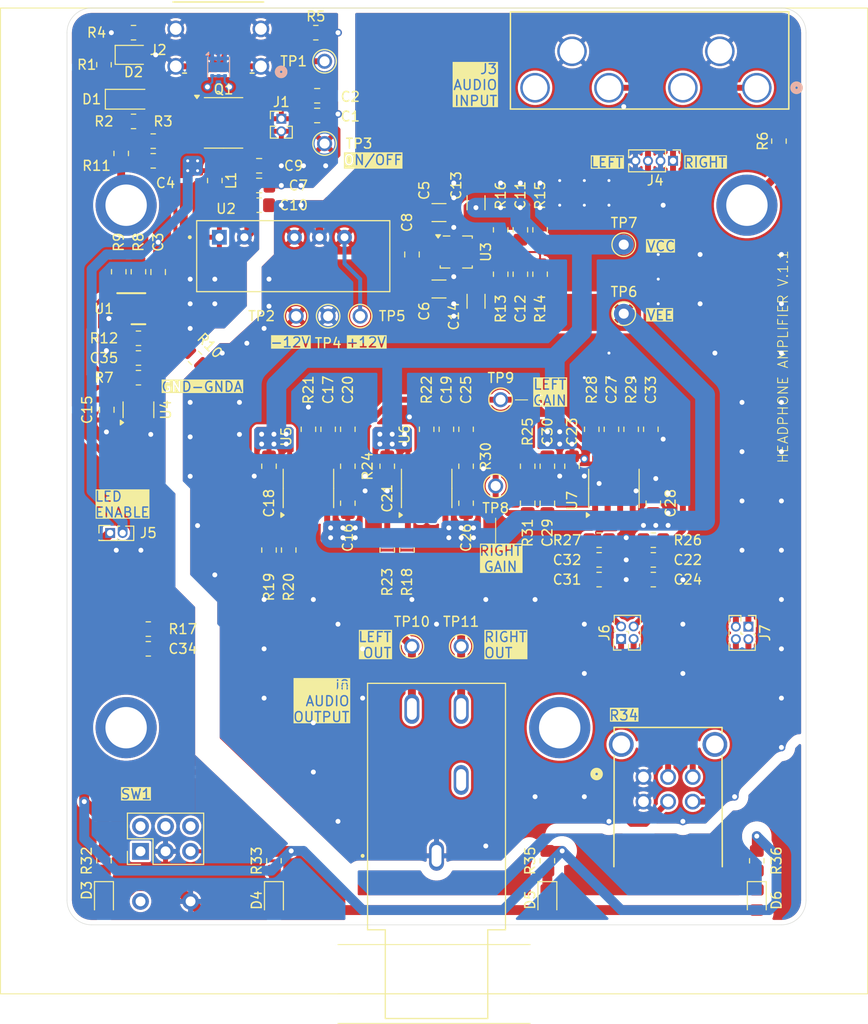
<source format=kicad_pcb>
(kicad_pcb (version 20241229) (generator "pcbnew") (generator_version "9.0")
  (layers (0 "F.Cu" signal) (2 "B.Cu" signal) (13 "F.Paste" user) (15 "B.Paste" user) (5 "F.SilkS" user "F.Silkscreen") (7 "B.SilkS" user "B.Silkscreen") (1 "F.Mask" user) (3 "B.Mask" user) (25 "Edge.Cuts" user))
  (net 0 "")
  (net 1 "Net-(D1-A)")
  (net 2 "GNDA")
  (net 3 "Net-(U3-NR{slash}SS)")
  (net 4 "Net-(U2-+VOUT)")
  (net 5 "Net-(U2--VOUT)")
  (net 6 "Net-(U2-+VIN)")
  (net 7 "Net-(U3-FBN)")
  (net 8 "Net-(U3-FBP)")
  (net 9 "VCC")
  (net 10 "VEE")
  (net 11 "Net-(U6A-+)")
  (net 12 "Net-(C19-Pad1)")
  (net 13 "Net-(U5B-+)")
  (net 14 "Net-(C17-Pad1)")
  (net 15 "Net-(U6B-+)")
  (net 16 "Net-(U5A-+)")
  (net 17 "Net-(J6-Pin_4)")
  (net 18 "GND")
  (net 19 "USBC_VBUS")
  (net 20 "Net-(U7B-+)")
  (net 21 "Net-(U7B--)")
  (net 22 "Net-(U7A--)")
  (net 23 "Net-(C30-Pad2)")
  (net 24 "Net-(J6-Pin_2)")
  (net 25 "Net-(C33-Pad2)")
  (net 26 "Net-(U7A-+)")
  (net 27 "Net-(SW1-C)")
  (net 28 "Net-(D2-K)")
  (net 29 "Right_In")
  (net 30 "Net-(D3-A)")
  (net 31 "Left_In")
  (net 32 "/USBC Input/USBC_CC1")
  (net 33 "/USBC Input/USBC_CC2")
  (net 34 "Net-(D4-A)")
  (net 35 "Net-(D5-A)")
  (net 36 "Net-(D6-A)")
  (net 39 "Net-(J5-Pin_1)")
  (net 40 "Net-(J6-Pin_3)")
  (net 41 "Net-(Q1A-G1)")
  (net 42 "Net-(Q1A-S1)")
  (net 43 "Net-(U1-PRE_N)")
  (net 44 "Net-(U1-Q_N)")
  (net 45 "Net-(U1-D)")
  (net 46 "Net-(U1-CLR_N)")
  (net 47 "Net-(J6-Pin_1)")
  (net 48 "Net-(U1-CLK)")
  (net 49 "Net-(U3-BUF)")
  (net 51 "Net-(U5A--)")
  (net 52 "Net-(U5B--)")
  (net 53 "Net-(J7-Pin_4)")
  (net 54 "Net-(J7-Pin_2)")
  (net 55 "Net-(J8-Pad3)")
  (net 56 "Net-(U6B--)")
  (net 57 "Net-(U6A--)")
  (net 58 "Net-(J8-Pad2)")
  (net 60 "Net-(R7-Pad2)")
  (net 62 "USBC_ON{slash}OFF")
  (net 63 "Net-(H1-Pad1)")
  (net 64 "Net-(H2-Pad1)")
  (footprint "Capacitor_SMD:C_1206_3216Metric_Pad1.33x1.80mm_HandSolder" (layer "F.Cu") (at 91.51 69.75 90)
    (property "Reference" "C13")
    (property "Value" "10u")
  )
  (footprint "1_User_Library:R_0805_2012Metric_HandSolder" (layer "F.Cu") (at 94.01 77 90)
    (property "Reference" "R13")
    (property "Value" "84.5k")
  )
  (footprint "1_User_Library:R_0805_2012Metric_HandSolder" (layer "F.Cu") (at 65 67.5 -90)
    (property "Reference" "L1")
    (property "Value" "6.8u")
  )
  (footprint "Connector_PinHeader_1.27mm:PinHeader_1x04_P1.27mm_Vertical" (layer "F.Cu") (at 111.5 65.5 -90)
    (property "Reference" "J4")
    (property "Value" "Conn_01x04" (hide yes))
  )
  (footprint "1_User_Library:R_0805_2012Metric_HandSolder" (layer "F.Cu") (at 98.75 136.5 -90)
    (property "Reference" "R35")
    (property "Value" "150")
  )
  (footprint "1_User_Library:R_0805_2012Metric_HandSolder" (layer "F.Cu") (at 53.75 55.75 90)
    (property "Reference" "R1")
    (property "Value" "150")
  )
  (footprint "1_User_Library:BB16AH" (layer "F.Cu") (at 60 133)
    (property "Reference" "SW1")
    (property "Value" "BB15AH-FA")
  )
  (footprint "LED_SMD:LED_0805_2012Metric_Pad1.15x1.40mm_HandSolder" (layer "F.Cu") (at 53.75 140.475 -90)
    (property "Reference" "D3")
    (property "Value" "LED")
  )
  (footprint "1_User_Library:C_0805_2012Metric_HandSolder" (layer "F.Cu") (at 104 105.98)
    (property "Reference" "C32")
    (property "Value" "1u")
  )
  (footprint "1_User_Library:C_0805_2012Metric_HandSolder" (layer "F.Cu") (at 58.75 65.5 180)
    (property "Reference" "C4")
    (property "Value" "1000p")
  )
  (footprint "1_User_Library:R_0805_2012Metric_HandSolder" (layer "F.Cu") (at 72.5 104.98 90)
    (property "Reference" "R20")
    (property "Value" "1")
  )
  (footprint "1_User_Library:R_0805_2012Metric_HandSolder" (layer "F.Cu") (at 57.25 76.75 -90)
    (property "Reference" "R8")
    (property "Value" "0")
  )
  (footprint "1_User_Library:Keystone_M3_Standoff" (layer "F.Cu") (at 100 123)
    (property "Reference" "H4" (hide yes))
    (property "Value" "MountingHole" (hide yes))
  )
  (footprint "1_User_Library:C_0805_2012Metric_HandSolder" (layer "F.Cu") (at 104 107.98)
    (property "Reference" "C31")
    (property "Value" "68p")
  )
  (footprint "1_User_Library:KEYSTONE_5020" (layer "F.Cu") (at 93.5 98.48)
    (property "Reference" "TP8")
    (property "Value" "5020")
  )
  (footprint "Capacitor_SMD:C_0805_2012Metric_Pad1.18x1.45mm_HandSolder" (layer "F.Cu") (at 75.3875 58.9)
    (property "Reference" "C2")
    (property "Value" "4.7u")
  )
  (footprint "1_User_Library:Keystone_M3_Standoff" (layer "F.Cu") (at 56 123)
    (property "Reference" "H3" (hide yes))
    (property "Value" "MountingHole" (hide yes))
  )
  (footprint "Package_TO_SOT_SMD:SOT-23-5" (layer "F.Cu") (at 57.25 90.75 90)
    (property "Reference" "U4")
    (property "Value" "74LVC1G17")
  )
  (footprint "1_User_Library:CUI_SJ-63063B" (layer "F.Cu") (at 87.5 136 90)
    (property "Reference" "J8")
    (property "Value" "SJ-63063B")
  )
  (footprint "1_User_Library:Keystone_M3_Standoff" (layer "F.Cu") (at 119 70)
    (property "Reference" "H2" (hide yes))
    (property "Value" "MountingHole" (hide yes))
  )
  (footprint "1_User_Library:C_0805_2012Metric_HandSolder" (layer "F.Cu") (at 109.25 92.73 90)
    (property "Reference" "C33")
    (property "Value" "1u")
  )
  (footprint "1_User_Library:C_0805_2012Metric_HandSolder" (layer "F.Cu") (at 82.5 96.48 -90)
    (property "Reference" "C21")
    (property "Value" "100n" (hide yes))
  )
  (footprint "1_User_Library:R_0805_2012Metric_HandSolder" (layer "F.Cu") (at 63 85.5 135)
    (property "Reference" "R10")
    (property "Value" "0" (hide yes))
  )
  (footprint "Package_SO:SOIC-8_3.9x4.9mm_P1.27mm" (layer "F.Cu") (at 65.8875 61.65)
    (property "Reference" "Q1")
    (property "Value" "IRF7324")
  )
  (footprint "1_User_Library:C_0805_2012Metric_HandSolder" (layer "F.Cu") (at 78.5 92.73 -90)
    (property "Reference" "C20")
    (property "Value" "1u")
  )
  (footprint "1_User_Library:R_0805_2012Metric_HandSolder" (layer "F.Cu") (at 70.5 104.98 90)
    (property "Reference" "R19")
    (property "Value" "1")
  )
  (footprint "Diode_SMD:D_SOD-123" (layer "F.Cu") (at 56.25 59.25)
    (property "Reference" "D1")
    (property "Value" "MMSZ5238BT1G" (hide yes))
  )
  (footprint "Connector_PinHeader_1.27mm:PinHeader_1x02_P1.27mm_Vertical" (layer "F.Cu") (at 71.75 61.23)
    (property "Reference" "J1")
    (property "Value" "Conn_02x01" (hide yes))
  )
  (footprint "1_User_Library:R_0805_2012Metric_HandSolder" (layer "F.Cu") (at 55.5 64.75 -90)
    (property "Reference" "R11")
    (property "Value" "0")
  )
  (footprint "1_User_Library:R_0805_2012Metric_HandSolder" (layer "F.Cu") (at 58.75 63.5)
    (property "Reference" "R3")
    (property "Value" "47")
  )
  (footprint "1_User_Library:CONN6_125-GF-A-0190_GCT" (layer "F.Cu") (at 68.105246 55.914906 180)
    (property "Reference" "J2")
    (property "Value" "USB4125-GF-A-0190" (hide yes))
  )
  (footprint "Capacitor_SMD:C_0805_2012Metric_Pad1.18x1.45mm_HandSolder" (layer "F.Cu") (at 85.01 75 -90)
    (property "Reference" "C8")
    (property "Value" "0.01u")
  )
  (footprint "1_User_Library:C_0805_2012Metric_HandSolder" (layer "F.Cu") (at 57.25 85.5)
    (property "Reference" "C35")
    (property "Value" "22p")
  )
  (footprint "1_User_Library:R_0805_2012Metric_HandSolder" (layer "F.Cu") (at 71 136.5 -90)
    (property "Reference" "R33")
    (property "Value" "150")
  )
  (footprint "1_User_Library:R_0805_2012Metric_HandSolder" (layer "F.Cu") (at 56.75 52.5 180)
    (property "Reference" "R4")
    (property "Value" "5.1K")
  )
  (footprint "1_User_Library:C_0805_2012Metric_HandSolder" (layer "F.Cu") (at 98.75 100.23 90)
    (property "Reference" "C29")
    (property "Value" "68p")
  )
  (footprint "1_User_Library:C_0805_2012Metric_HandSolder" (layer "F.Cu") (at 109.5 100.23 -90)
    (property "Reference" "C28")
    (property "Value" "100n")
  )
  (footprint "1_User_Library:KEYSTONE_5020" (layer "F.Cu") (at 106.5 74)
    (property "Reference" "TP7")
    (property "Value" "5020")
  )
  (footprint "Capacitor_SMD:C_0805_2012Metric_Pad1.18x1.45mm_HandSolder" (layer "F.Cu") (at 69.5 68)
    (property "Reference" "C7")
    (property "Value" "4.7u")
  )
  (footprint "1_User_Library:R_0805_2012Metric_HandSolder" (layer "F.Cu") (at 104 103.98 180)
    (property "Reference" "R27")
    (property "Value" "10k")
  )
  (footprint "1_User_Library:R_0805_2012Metric_HandSolder" (layer "F.Cu") (at 90.5 96.48 90)
    (property "Reference" "R30")
    (property "Value" "10k")
  )
  (footprint "1_User_Library:KEYSTONE_5020" (layer "F.Cu") (at 85 114.75)
    (property "Reference" "TP10")
    (property "Value" "5020")
  )
  (footprint "1_User_Library:C_0805_2012Metric_HandSolder" (layer "F.Cu") (at 58.25 115 180)
    (property "Reference" "C34")
    (property "Value" "1000p")
  )
  (footprint "1_User_Library:R_0805_2012Metric_HandSolder" (layer "F.Cu") (at 98.01 77 90)
    (property "Reference" "R14")
    (property "Value" "10k")
  )
  (footprint "1_User_Library:KEYSTONE_5020" (layer "F.Cu") (at 76.5 81.25)
    (property "Reference" "TP4")
    (property "Value" "5020")
  )
  (footprint "1_User_Library:C_0805_2012Metric_HandSolder" (layer "F.Cu") (at 70.5 96.48 -90)
    (property "Reference" "C18")
    (property "Value" "100n")
  )
  (footprint "Connector_PinHeader_1.27mm:PinHeader_2x02_P1.27mm_Vertical" (layer "F.Cu") (at 119.15 112.75 -90)
    (property "Reference" "J7")
    (property "Value" "Conn_02x02_Odd_Even" (hide yes))
  )
  (footprint "1_User_Library:R_0805_2012Metric_HandSolder" (layer "F.Cu") (at 122.25 63.5 90)
    (property "Reference" "R6")
    (property "Value" "0")
  )
  (footprint "1_User_Library:C_0805_2012Metric_HandSolder" (layer "F.Cu") (at 101.25 96.48 -90)
    (property "Reference" "C23")
    (property "Value" "100n")
  )
  (footprint "1_User_Library:C_0805_2012Metric_HandSolder" (layer "F.Cu") (at 109.5 105.98 180)
    (property "Reference" "C22")
    (property "Value" "1u")
  )
  (footprint "1_User_Library:CONV_PCN2-S5-D12-S" (layer "F.Cu") (at 65.46 73.25)
    (property "Reference" "U2")
    (property "Value" "PCN2-S5-D12-S")
  )
  (footprint "LED_SMD:LED_0805_2012Metric_Pad1.15x1.40mm_HandSolder" (layer "F.Cu") (at 98.75 140.475 -90)
    (property "Reference" "D5")
    (property "Value" "LED")
  )
  (footprint "1_User_Library:R_0805_2012Metric_HandSolder" (layer "F.Cu") (at 96.75 96.48 -90)
    (property "Reference" "R25")
    (property "Value" "10k")
  )
  (footprint "Package_SO:SOIC-8_3.9x4.9mm_P1.27mm" (layer "F.Cu") (at 86.5 98.73 90)
    (property "Reference" "U6")
    (property "Value" "OPA1678")
  )
  (footprint "1_User_Library:C_0805_2012Metric_HandSolder" (layer "F.Cu") (at 96.01 77 -90)
    (property "Reference" "C12")
    (property "Value" "10n")
  )
  (footprint "1_User_Library:R_0805_2012Metric_HandSolder" (layer "F.Cu") (at 84.5 104.98 90)
    (property "Reference" "R18")
    (property "Value" "1")
  )
  (footprint "Capacitor_SMD:C_0805_2012Metric_Pad1.18x1.45mm_HandSolder" (layer "F.Cu") (at 54.037502 90.75 -90)
    (property "Reference" "C15")
    (property "Value" "0.1u")
  )
  (footprint "1_User_Library:C_0805_2012Metric_HandSolder" (layer "F.Cu") (at 90.5 100.23 -90)
    (property "Reference" "C26")
    (property "Value" "100n")
  )
  (footprint "Capacitor_SMD:C_0805_2012Metric_Pad1.18x1.45mm_HandSolder" (layer "F.Cu") (at 59.25 76.78 90)
    (property "Reference" "C3")
    (property "Value" "0.1u")
  )
  (footprint "1_User_Library:R_0805_2012Metric_HandSolder" (layer "F.Cu") (at 82.5 104.98 90)
    (property "Reference" "R23")
    (property "Value" "1")
  )
  (footprint "1_User_Library:R_0805_2012Metric_HandSolder" (layer "F.Cu") (at 86.5 92.73 -90)
    (property "Reference" "R22")
    (property "Value" "10k")
  )
  (footprint "1_User_Library:C_0805_2012Metric_HandSolder" (layer "F.Cu") (at 69.5 70)
    (property "Reference" "C10")
    (property "Value" "1n")
  )
  (footprint "Package_SO:SOIC-8_3.9x4.9mm_P1.27mm" (layer "F.Cu") (at 74.5 98.73 90)
    (property "Reference" "U5")
    (property "Value" "OPA1678")
  )
  (footprint "1_User_Library:DCT0008A_L" (layer "F.Cu") (at 57.25 80.5)
    (property "Reference" "U1")
    (property "Value" "SN74LVC1G74DCTR" (hide yes))
  )
  (footprint "1_User_Library:R_0805_2012Metric_HandSolder" (layer "F.Cu") (at 96.75 100.23 -90)
    (property "Reference" "R31")
    (property "Value" "10k")
  )
  (footprint "1_User_Library:KEYSTONE_5020" (layer "F.Cu") (at 79.75 81.25)
    (property "Reference" "TP5")
    (property "Value" "5020")
  )
  (footprint "1_User_Library:R_0805_2012Metric_HandSolder" (layer "F.Cu") (at 57.25 87.5)
    (property "Reference" "R7")
    (property "Value" "47")
  )
  (footprint "1_User_Library:KEYSTONE_5020" (layer "F.Cu") (at 90 114.75)
    (property "Reference" "TP11")
    (property "Value" "5020")
  )
  (footprint "1_User_Library:C_0805_2012Metric_HandSolder" (layer "F.Cu") (at 105.25 92.73 90)
    (property "Reference" "C27")
    (property "Value" "68p")
  )
  (footprint "1_User_Library:R_0805_2012Metric_HandSolder" (layer "F.Cu") (at 109.5 103.98)
    (property "Reference" "R26")
    (property "Value" "10k")
  )
  (footprint "1_User_Library:C_0805_2012Metric_HandSolder" (layer "F.Cu") (at 109.5 107.98 180)
    (property "Reference" "C24")
    (property "Value" "68p")
  )
  (footprint "1_User_Library:KEYSTONE_5020" (layer "F.Cu") (at 76.1375 55.4)
    (property "Reference" "TP1")
    (property "Value" "5020")
  )
  (footprint "1_User_Library:C_0805_2012Metric_HandSolder" (layer "F.Cu") (at 90.5 92.73 -90)
    (property "Reference" "C25")
    (property "Value" "1u")
  )
  (footprint "1_User_Library:KEYSTONE_5020" (layer "F.Cu") (at 94 89.73)
    (property "Reference" "TP9")
    (property "Value" "5020")
  )
  (footprint "1_User_Library:R_0805_2012Metric_HandSolder" (layer "F.Cu") (at 120 136.5 -90)
    (property "Reference" "R36")
    (property "Value" "150")
  )
  (footprint "1_User_Library:C_0805_2012Metric_HandSolder" (layer "F.Cu") (at 78.5 100.23 -90)
    (property "Reference" "C16")
    (property "Value" "100n")
  )
  (footprint "Capacitor_SMD:C_1206_3216Metric_Pad1.33x1.80mm_HandSolder" (layer "F.Cu") (at 91.51 79.75 90)
    (property "Reference" "C14")
    (property "Value" "10u")
  )
  (footprint "Package_SO:SOIC-8_3.9x4.9mm_P1.27mm" (layer "F.Cu") (at 105.5 98.73 90)
    (property "Reference" "U7")
    (property "Value" "OPA1656ID")
  )
  (footprint "1_User_Library:R_0805_2012Metric_HandSolder" (layer "F.Cu") (at 94.01 72.5 90)
    (property "Reference" "R16")
    (property "Value" "75k")
  )
  (footprint "1_User_Library:R_0805_2012Metric_HandSolder" (layer "F.Cu") (at 55.25 76.75 -90)
    (property "Reference" "R9")
    (property "Value" "0")
  )
  (footprint "Package_SON:Texas_S-PVSON-N10" (layer "F.Cu") (at 89.5 74.75)
    (property "Reference" "U3")
    (property "Value" "TPS7A39" (hide yes))
  )
  (footprint "1_User_Library:R_0805_2012Metric_HandSolder" (layer "F.Cu") (at 103.25 92.73 -90)
    (property "Reference" "R28")
    (property "Value" "10k")
  )
  (footprint "LED_SMD:LED_0805_2012Metric_Pad1.15x1.40mm_HandSolder" (layer "F.Cu") (at 120 140.475 -90)
    (property "Reference" "D6")
    (property "Value" "LED")
  )
  (footprint "1_User_Library:C_0805_2012Metric_HandSolder" (layer "F.Cu") (at 76.5 92.73 -90)
    (property "Reference" "C17")
    (property "Value" "1u")
  )
  (footprint "1_User_Library:R_0805_2012Metric_HandSolder" (layer "F.Cu") (at 74.5 92.73 -90)
    (property "Reference" "R21")
    (property "Value" "10k")
  )
  (footprint "1_User_Library:KEYSTONE_5020" (layer "F.Cu") (at 76.1375 63.75)
    (property "Reference" "TP3")
    (property "Value" "5020")
  )
  (footprint "Capacitor_SMD:C_0805_2012Metric_Pad1.18x1.45mm_HandSolder" (layer "F.Cu") (at 75.3875 60.9)
    (property "Reference" "C1")
    (property "Value" "0.01u")
  )
  (footprint "LED_SMD:LED_0805_2012Metric_Pad1.15x1.40mm_HandSolder" (layer "F.Cu") (at 71 140.475 -90)
    (property "Reference" "D4")
    (property "Value" "LED")
  )
  (footprint "1_User_Library:R_0805_2012Metric_HandSolder" (layer "F.Cu") (at 78.5 96.48 90)
    (property "Reference" "R24")
    (property "Value" "10k")
  )
  (footprint "1_User_Library:R_0805_2012Metric_HandSolder" (layer "F.Cu") (at 107.25 92.73 -90)
    (property "Reference" "R29")
    (property "Value" "10k")
  )
  (footprint "1_User_Library:RK09L12B0A4S_AAL" (layer "F.Cu") (at 108.5 130.5)
    (property "Reference" "R34")
    (property "Value" "RK09L12B0A4S")
  )
  (footprint "1_User_Library:R_0805_2012Metric_HandSolder" (layer "F.Cu") (at 58.25 113)
    (property "Reference" "R17")
    (property "Value" "10K")
  )
  (footprint "1_User_Library:C_0805_2012Metric_HandSolder" (layer "F.Cu") (at 88.5 92.73 -90)
    (property "Reference" "C19")
    (property "Value" "1u")
  )
  (footprint "1_User_Library:KEYSTONE_5020" (layer "F.Cu") (at 106.5 81)
    (property "Reference" "TP6")
    (property "Value" "5020")
  )
  (footprint "1_User_Library:Keystone_M3_Standoff" (layer "F.Cu") (at 56 70)
    (property "Reference" "H1" (hide yes))
    (property "Value" "MountingHole" (hide yes))
  )
  (footprint "LED_SMD:LED_0805_2012Metric_Pad1.15x1.40mm_HandSolder" (layer "F.Cu") (at 56.75 54.75)
    (property "Reference" "D2")
    (property "Value" "LED")
  )
  (footprint "1_User_Library:C_0805_2012Metric_HandSolder" (layer "F.Cu") (at 96.01 72.5 -90)
    (property "Reference" "C11")
    (property "Value" "10n")
  )
  (footprint "Connector_PinHeader_1.27mm:PinHeader_2x01_P1.27mm_Vertical" (layer "F.Cu") (at 54.375 103.25)
    (property "Reference" "J5")
    (property "Value" "Conn_02x01" (hide yes))
  )
  (footprint "1_User_Library:CONN6_984x394_SWC_BS" (layer "F.Cu") (at 120 58.0863 180)
    (property "Reference" "J3" (hide yes))
    (property "Value" "PJRAN2X1U01AUX")
  )
  (footprint "Connector_PinHeader_1.27mm:PinHeader_2x02_P1.27mm_Vertical" (layer "F.Cu") (at 106.23 114 90)
    (property "Reference" "J6")
    (property "Value" "Conn_02x02_Odd_Even" (hide yes))
  )
  (footprint "1_User_Library:R_0805_2012Metric_HandSolder" (layer "F.Cu") (at 57.25 83.5)
    (property "Reference" "R12")
    (property "Value" "330")
  )
  (footprint "1_User_Library:C_0805_2012Metric_HandSolder" (layer "F.Cu") (at 98.75 96.48 90)
    (property "Reference" "C30")
    (property "Value" "1u")
  )
  (footprint "1_User_Library:R_0805_2012Metric_HandSolder" (layer "F.Cu") (at 53.75 136.5 -90)
    (property "Reference" "R32")
    (property "Value" "150")
  )
  (footprint "Capacitor_SMD:C_0805_2012Metric_Pad1.18x1.45mm_HandSolder" (layer "F.Cu") (at 69.5 66)
    (property "Reference" "C9")
    (property "Value" "4.7u")
  )
  (footprint "Capacitor_SMD:C_1206_3216Metric_Pad1.33x1.80mm_HandSolder" (layer "F.Cu") (at 87.75 78.5 180)
    (property "Reference" "C6")
    (property "Value" "10u")
  )
  (footprint "Capacitor_SMD:C_1206_3216Metric_Pad1.33x1.80mm_HandSolder" (layer "F.Cu") (at 87.75 70.75)
    (property "Reference" "C5")
    (property "Value" "10u")
  )
  (footprint "1_User_Library:R_0805_2012Metric_HandSolder" (layer "F.Cu") (at 75.25 52.5)
    (property "Reference" "R5")
    (property "Value" "5.1K")
  )
  (footprint "1_User_Library:KEYSTONE_5020" (layer "F.Cu") (at 73.25 81.25)
    (property "Reference" "TP2")
    (property "Value" "5020")
  )
  (footprint "1_User_Library:R_0805_2012Metric_HandSolder" (layer "F.Cu") (at 56.75 61.5)
    (property "Reference" "R2")
    (property "Value" "10K")
  )
  (footprint "1_User_Library:R_0805_2012Metric_HandSolder" (layer "F.Cu") (at 98.01 72.5 -90)
    (property "Reference" "R15")
    (property "Value" "10k")
  )
  (footprint "Package_SON:WSON-6-1EP_2x2mm_P0.65mm_EP1x1.6mm" (layer "B.Cu") (at 65.3875 56 -90)
    (property "Reference" "U8" (hide yes))
    (property "Value" "TVS2200DRV")
  )
  (gr_line (start 77.5 145) (end 97 145) (stroke (width 0.1)) (layer "F.SilkS"))
  (gr_line (start 93.5 104.25) (end 93.5 101.75) (stroke (width 0.1)) (layer "F.SilkS"))
  (gr_line (start 96.75 89.75) (end 95.5 89.75) (stroke (width 0.1)) (layer "F.SilkS"))
  (gr_line (start 77.5 150) (end 97 150) (stroke (width 0.1)) (layer "F.SilkS"))
  (gr_rect (start 43.25 50) (end 131.25 150) (stroke (width 0.1)) (fill no) (layer "F.SilkS"))
  (gr_line (start 97 153) (end 77.5 153) (stroke (width 0.1)) (layer "F.SilkS"))
  (gr_line (start 52.5 50) (end 122.5 50) (stroke (width 0.05)) (layer "Edge.Cuts"))
  (gr_line (start 125 52.5) (end 125 140.5) (stroke (width 0.05)) (layer "Edge.Cuts"))
  (gr_arc (start 122.5 50) (mid 124.267767 50.732233) (end 125 52.5) (stroke (width 0.05)) (layer "Edge.Cuts"))
  (gr_line (start 50 140.5) (end 50 52.5) (stroke (width 0.05)) (layer "Edge.Cuts"))
  (gr_arc (start 50 52.5) (mid 50.732233 50.732233) (end 52.5 50) (stroke (width 0.05)) (layer "Edge.Cuts"))
  (gr_arc (start 125 140.5) (mid 124.267767 142.267767) (end 122.5 143) (stroke (width 0.05)) (layer "Edge.Cuts"))
  (gr_line (start 122.5 143) (end 52.5 143) (stroke (width 0.05)) (layer "Edge.Cuts"))
  (gr_arc (start 52.5 143) (mid 50.732233 142.267767) (end 50 140.5) (stroke (width 0.05)) (layer "Edge.Cuts"))
  (gr_text "+12V" (at 78.25 84.5 0) (layer "F.SilkS" knockout) (effects (font (size 1 1)) (justify left bottom)))
  (gr_text "-12V" (at 74.75 84.5 0) (layer "F.SilkS" knockout) (effects (font (size 1 1)) (justify right bottom)))
  (gr_text "VEE" (at 108.75 81.75 0) (layer "F.SilkS" knockout) (effects (font (size 1 1)) (justify left bottom)))
  (gr_text "ON/OFF" (at 78 66 0) (layer "F.SilkS" knockout) (effects (font (size 1 1)) (justify left bottom)))
  (gr_text "RIGHT\nOUT" (at 92.25 116 0) (layer "F.SilkS" knockout) (effects (font (size 1 1)) (justify left bottom)))
  (gr_text "J3\nAUDIO\nINPUT" (at 93.75 60 0) (layer "F.SilkS" knockout) (effects (font (size 1 1)) (justify right bottom)))
  (gr_text "J8\nAUDIO\nOUTPUT" (at 78.75 122.5 0) (layer "F.SilkS" knockout) (effects (font (size 1 1)) (justify right bottom)))
  (gr_text "RIGHT" (at 112.5 66.25 0) (layer "F.SilkS" knockout) (effects (font (size 1 1)) (justify left bottom)))
  (gr_text "RIGHT\nGAIN" (at 94 107.25 0) (layer "F.SilkS" knockout) (effects (font (size 1 1)) (justify bottom)))
  (gr_text "HEADPHONE AMPLIFIER V.1.1" (at 123.25 96.25 90) (layer "F.SilkS") (effects (font (size 1 1) (thickness 0.1)) (justify left bottom)))
  (gr_text "VCC" (at 108.75 74.75 0) (layer "F.SilkS" knockout) (effects (font (size 1 1)) (justify left bottom)))
  (gr_text "LED\nENABLE" (at 52.75 101.75 0) (layer "F.SilkS" knockout) (effects (font (size 1 1)) (justify left bottom)))
  (gr_text "LEFT" (at 103 66.25 0) (layer "F.SilkS" knockout) (effects (font (size 1 1)) (justify left bottom)))
  (gr_text "LEFT\nGAIN" (at 99 89 0) (layer "F.SilkS" knockout) (effects (font (size 1 1))))
  (gr_text "LEFT\nOUT" (at 83 116 0) (layer "F.SilkS" knockout) (effects (font (size 1 1)) (justify right bottom)))
  (gr_text "GND-GNDA" (at 59.5 89 0) (layer "F.SilkS" knockout) (effects (font (size 1 1)) (justify left bottom)))
  (segment (start 57.75 65.5) (end 57.75 66.25) (width 0.4) (layer "F.Cu") (net 1))
  (segment (start 57.75 59.4) (end 57.9 59.25) (width 0.4) (layer "F.Cu") (net 1))
  (segment (start 61 81) (end 60.524998 81.475002) (width 0.4) (layer "F.Cu") (net 1))
  (segment (start 57.75 61.5) (end 57.75 59.4) (width 0.4) (layer "F.Cu") (net 1))
  (segment (start 57.75 63.5) (end 57.75 61.5) (width 0.4) (layer "F.Cu") (net 1))
  (segment (start 60.524998 81.475002) (end 59.125 81.475002) (width 0.4) (layer "F.Cu") (net 1))
  (segment (start 57.75 66.25) (end 61 69.5) (width 0.4) (layer "F.Cu") (net 1))
  (segment (start 61 69.5) (end 61 81) (width 0.4) (layer "F.Cu") (net 1))
  (segment (start 57.75 65.5) (end 57.75 63.5) (width 0.4) (layer "F.Cu") (net 1))
  (segment (start 91.5 97.48) (end 92.25 96.73) (width 0.6) (layer "F.Cu") (net 2))
  (segment (start 88.025 75.25) (end 88.915 75.25) (width 0.2) (layer "F.Cu") (net 2))
  (segment (start 98.75 97.48) (end 100 97.48) (width 0.8) (layer "F.Cu") (net 2))
  (segment (start 90.5 97.48) (end 91.5 97.48) (width 0.6) (layer "F.Cu") (net 2))
  (segment (start 86.2125 76.0375) (end 85.01 76.0375) (width 0.2) (layer "F.Cu") (net 2))
  (segment (start 74.5 90.48) (end 74.5 91.73) (width 0.6) (layer "F.Cu") (net 2))
  (segment (start 86.5 91.73) (end 85 91.73) (width 0.6) (layer "F.Cu") (net 2))
  (segment (start 70.5 97.48) (end 69 97.48) (width 0.6) (layer "F.Cu") (net 2))
  (segment (start 87 75.25) (end 86.2125 76.0375) (width 0.2) (layer "F.Cu") (net 2))
  (segment (start 100 97.48) (end 101.25 97.48) (width 0.8) (layer "F.Cu") (net 2))
  (segment (start 88.025 75.25) (end 87 75.25) (width 0.2) (layer "F.Cu") (net 2))
  (segment (start 75.62 73.25) (end 75.62 71.12) (width 0.8) (layer "F.Cu") (net 2))
  (segment (start 90.5 97.48) (end 90.5 99.23) (width 0.6) (layer "F.Cu") (net 2))
  (segment (start 75.62 71.12) (end 75.25 70.75) (width 0.8) (layer "F.Cu") (net 2))
  (segment (start 85 91.73) (end 84.75 91.48) (width 0.6) (layer "F.Cu") (net 2))
  (segment (start 88.915 75.25) (end 89.05 75.385) (width 0.2) (layer "F.Cu") (net 2))
  (segment (start 70.5 70) (end 71.75 70) (width 0.6) (layer "F.Cu") (net 2))
  (segment (start 109.25 93.73) (end 110.5 93.73) (width 0.6) (layer "F.Cu") (net 2))
  (via (at 107.75 98.98) (size 0.8) (drill 0.5) (layers "F.Cu" "B.Cu") (net 2))
  (via (at 85 110) (size 0.8) (drill 0.5) (layers "F.Cu" "B.Cu") (net 2))
  (via (at 67.5 90) (size 0.8) (drill 0.5) (layers "F.Cu" "B.Cu") (net 2))
  (via (at 102.5 117.5) (size 0.8) (drill 0.5) (layers "F.Cu" "B.Cu") (net 2))
  (via (at 110 77.5) (size 0.6) (drill 0.3) (layers "F.Cu" "B.Cu") (net 2))
  (via (at 89.25 77.25) (size 0.8) (drill 0.5) (layers "F.Cu" "B.Cu") (net 2))
  (via (at 105 70) (size 0.6) (drill 0.3) (layers "F.Cu" "B.Cu") (net 2))
  (via (at 92.25 96.73) (size 0.8) (drill 0.5) (layers "F.Cu" "B.Cu") (net 2))
  (via (at 71.75 70) (size 0.8) (drill 0.5) (layers "F.Cu" "B.Cu") (net 2))
  (via (at 89.25 67.75) (size 0.8) (drill 0.5) (layers "F.Cu" "B.Cu") (net 2))
  (via (at 62.5 97.5) (size 0.8) (drill 0.5) (layers "F.Cu" "B.Cu") (net 2))
  (via (at 82.5 98.98) (size 0.8) (drill 0.5) (layers "F.Cu" "B.Cu") (net 2))
  (via (at 67.5 93.25) (size 0.8) (drill 0.5) (layers "F.Cu" "B.Cu") (net 2))
  (via (at 111 99.23) (size 0.8) (drill 0.5) (layers "F.Cu" "B.Cu") (net 2))
  (via (at 100 70) (size 0.6) (drill 0.3) (layers "F.Cu" "B.Cu") (net 2))
  (via (at 97.5 110) (size 0.8) (drill 0.5) (layers "F.Cu" "B.Cu") (net 2))
  (via (at 98 70.25) (size 0.8) (drill 0.5) (layers "F.Cu" "B.Cu") (net 2))
  (via (at 114.25 75) (size 0.8) (drill 0.5) (layers "F.Cu" "B.Cu") (net 2))
  (via (at 102.5 112.5) (size 0.8) (drill 0.5) (layers "F.Cu" "B.Cu") (net 2))
  (via (at 110 75) (size 0.6) (drill 0.3) (layers "F.Cu" "B.Cu") (net 2))
  (via (at 118.5 95) (size 0.8) (drill 0.5) (layers "F.Cu" "B.Cu") (net 2))
  (via (at 118.5 105) (size 0.8) (drill 0.5) (layers "F.Cu" "B.Cu") (net 2))
  (via (at 80 120) (size 0.8) (drill 0.5) (layers "F.Cu" "B.Cu") (net 2))
  (via (at 102.5 130) (size 0.8) (drill 0.5) (layers "F.Cu" "B.Cu") (net 2))
  (via (at 105 67.5) (size 0.6) (drill 0.3) (layers "F.Cu" "B.Cu") (net 2))
  (via (at 106.75 107.98) (size 0.8) (drill 0.5) (layers "F.Cu" "B.Cu") (net 2))
  (via (at 84.75 91.48) (size 0.8) (drill 0.5) (layers "F.Cu" "B.Cu") (net 2))
  (via (at 112.5 112.5) (size 0.8) (drill 0.5) (layers "F.Cu" "B.Cu") (net 2))
  (via (at 73.75 70) (size 0.8) (drill 0.5) (layers "F.Cu" "B.Cu") (net 2))
  (via (at 122.5 115) (size 0.8) (drill 0.5) (layers "F.Cu" "B.Cu") (net 2))
  (via (at 70 82.5) (size 0.8) (drill 0.5) (layers "F.Cu" "B.Cu") (net 2))
  (via (at 75 127.5) (size 0.8) (drill 0.5) (layers "F.Cu" "B.Cu") (net 2))
  (via (at 117.75 130) (size 0.8) (drill 0.5) (layers "F.Cu" "B.Cu") (net 2))
  (via (at 102.5 97.48) (size 0.8) (drill 0.5) (layers "F.Cu" "B.Cu") (net 2))
  (via (at 104 98.23) (size 0.8) (drill 0.5) (layers "F.Cu" "B.Cu") (net 2))
  (via (at 106.75 103.73) (size 0.8) (drill 0.5) (layers "F.Cu" "B.Cu") (net 2))
  (via (at 92.5 135) (size 0.8) (drill 0.5) (layers "F.Cu" "B.Cu") (net 2))
  (via (at 102.5 67.5) (size 0.6) (drill 0.3) (layers "F.Cu" "B.Cu") (net 2))
  (via (at 110.5 70) (size 0.8) (drill 0.5) (layers "F.Cu" "B.Cu") (net 2))
  (via (at 105 85) (size 0.6) (drill 0.3) (layers "F.Cu" "B.Cu") (net 2))
  (via (at 89.25 80) (size 0.8) (drill 0.5) (layers "F.Cu" "B.Cu") (net 2))
  (via (at 65.75 85) (size 0.8) (drill 0.5) (layers "F.Cu" "B.Cu") (net 2))
  (via (at 87.5 112.5) (size 0.8) (drill 0.5) (layers "F.Cu" "B.Cu") (net 2))
  (via (at 105 87.5) (size 0.6) (drill 0.3) (layers "F.Cu" "B.Cu") (net 2))
  (via (at 110 80) (size 0.6) (drill 0.3) (layers "F.Cu" "B.Cu") (net 2))
  (via (at 122.5 95) (size 0.8) (drill 0.5) (layers "F.Cu" "B.Cu") (net 2))
  (via (at 69 97.48) (size 0.8) (drill 0.5) (layers "F.Cu" "B.Cu") (net 2))
  (via (at 70 120) (size 0.8) (drill 0.5) (layers "F.Cu" "B.Cu") (net 2))
  (via (at 96 67.75) (size 0.8) (drill 0.5) (layers "F.Cu" "B.Cu") (net 2))
  (via (at 80.25 98.98) (size 0.8) (drill 0.5) (layers "F.Cu" "B.Cu") (net 2))
  (via (at 74.5 90.48) (size 0.8) (drill 0.5) (layers "F.Cu" "B.Cu") (net 2))
  (via (at 62.5 93.5) (size 0.8) (drill 0.5) (layers "F.Cu" "B.Cu") (net 2))
  (via (at 77.5 112.5) (size 0.8) (drill 0.5) (layers "F.Cu" "B.Cu") (net 2))
  (via (at 80.25 97.48) (size 0.8) (drill 0.5) (layers "F.Cu" "B.Cu") (net 2))
  (via (at 70 115) (size 0.8) (drill 0.5) (layers "F.Cu" "B.Cu") (net 2))
  (via (at 97.5 130) (size 0.8) (drill 0.5) (layers "F.Cu" "B.Cu") (net 2))
  (via (at 75 110) (size 0.8) (drill 0.5) (layers "F.Cu" "B.Cu") (net 2))
  (via (at 112.5 108) (size 0.8) (drill 0.5) (layers "F.Cu" "B.Cu") (net 2))
  (via (at 122.5 120) (size 0.8) (drill 0.5) (layers "F.Cu" "B.Cu") (net 2))
  (via (at 89.25 69.25) (size 0.8) (drill 0.5) (layers "F.Cu" "B.Cu") (net 2))
  (via (at 122.5 85) (size 0.8) (drill 0.5) (layers "F.Cu" "B.Cu") (net 2))
  (via (at 92.5 110) (size 0.8) (drill 0.5) (layers "F.Cu" "B.Cu") (net 2))
  (via (at 105 132.5) (size 0.8) (drill 0.5) (layers "F.Cu" "B.Cu") (net 2))
  (via (at 62.5 90) (size 0.8) (drill 0.5) (layers "F.Cu" "B.Cu") (net 2))
  (via (at 109.75 97.73) (size 0.8) (drill 0.5) (layers "F.Cu" "B.Cu") (net 2))
  (via (at 98 67.75) (size 0.8) (drill 0.5) (layers "F.Cu" "B.Cu") (net 2))
  (via (at 77.5 132.5) (size 0.8) (drill 0.5) (layers "F.Cu" "B.Cu") (net 2))
  (via (at 118.5 100) (size 0.8) (drill 0.5) (layers "F.Cu" "B.Cu") (net 2))
  (via (at 112.5 117.5) (size 0.8) (drill 0.5) (layers "F.Cu" "B.Cu") (net 2))
  (via (at 112.5 132.5) (size 0.8) (drill 0.5) (layers "F.Cu" "B.Cu") (net 2))
  (via (at 115.75 85) (size 0.8) (drill 0.5) (layers "F.Cu" "B.Cu") (net 2))
  (via (at 102.5 87.5) (size 0.6) (drill 0.3) (layers "F.Cu" "B.Cu") (net 2))
  (via (at 70.5 80.25) (size 0.8) (drill 0.5) (layers "F.Cu" "B.Cu") (net 2))
  (via (at 100 67.5) (size 0.6) (drill 0.3) (layers "F.Cu" "B.Cu") (net 2))
  (via (at 107.5 87.5) (size 0.6) (drill 0.3) (layers "F.Cu" "B.Cu") (net 2))
  (via (at 70.5 77.5) (size 0.8) (drill 0.5) (layers "F.Cu" "B.Cu") (net 2))
  (via (at 118.5 90) (size 0.8) (drill 0.5) (layers "F.Cu" "B.Cu") (net 2))
  (via (at 68.25 84) (size 0.8) (drill 0.5) (layers "F.Cu" "B.Cu") (net 2))
  (via (at 122.5 80) (size 0.8) (drill 0.5) (layers "F.Cu" "B.Cu") (net 2))
  (via (at 122.5 125) (size 0.8) (drill 0.5) (layers "F.Cu" "B.Cu") (net 2))
  (via (at 100 97.48) (size 0.8) (drill 0.5) (layers "F.Cu" "B.Cu") (net 2))
  (via (at 122.5 105) (size 0.8) (drill 0.5) (layers "F.Cu" "B.Cu") (net 2))
  (via (at 80 115) (size 0.8) (drill 0.5) (layers "F.Cu" "B.Cu") (net 2))
  (via (at 122.5 90) (size 0.8) (drill 0.5) (layers "F.Cu" "B.Cu") (net 2))
  (via (at 75 122.5) (size 0.8) (drill 0.5) (layers "F.Cu" "B.Cu") (net 2))
  (via (at 70 110) (size 0.8) (drill 0.5) (layers "F.Cu" "B.Cu") (net 2))
  (via (at 122.5 100) (size 0.8) (drill 0.5) (layers "F.Cu" "B.Cu") (net 2))
  (via (at 122.5 75) (size 0.8) (drill 0.5) (layers "F.Cu" "B.Cu") (net 2))
  (via (at 89.25 72.25) (size 0.8) (drill 0.5) (layers "F.Cu" "B.Cu") (net 2))
  (via (at 94 67.75) (size 0.8) (drill 0.5) (layers "F.Cu" "B.Cu") (net 2))
  (via (at 63.25 102.5) (size 0.8) (drill 0.5) (layers "F.Cu" "B.Cu") (net 2))
  (via (at 110.5 93.73) (size 0.8) (drill 0.5) (layers "F.Cu" "B.Cu") (net 2))
  (via (at 89.25 81.25) (size 0.8) (drill 0.5) (layers "F.Cu" "B.Cu") (net 2))
  (via (at 102.5 70) (size 0.6) (drill 0.3) (layers "F.Cu" "B.Cu") (net 2))
  (via (at 122.5 110) (size 0.8) (drill 0.5) (layers "F.Cu" "B.Cu") (net 2))
  (via (at 114.25 80) (size 0.8) (drill 0.5) (layers "F.Cu" "B.Cu") (net 2))
  (via (at 106.5 60) (size 0.8) (drill 0.5) (layers "F.Cu" "B.Cu") (net 2))
  (via (at 65 107.5) (size 0.8) (drill 0.5) (layers "F.Cu" "B.Cu") (net 2))
  (via (at 106.75 105.98) (size 0.8) (drill 0.5) (layers "F.Cu" "B.Cu") (net 2))
  (segment (start 87 74.75) (end 86.2125 73.9625) (width 0.2) (layer "F.Cu") (net 3))
  (segment (start 86.2125 73.9625) (end 85.01 73.9625) (width 0.2) (layer "F.Cu") (net 3))
  (segment (start 88.025 74.75) (end 87 74.75) (width 0.2) (layer "F.Cu") (net 3))
  (segment (start 87.5 74.25) (end 86.75 73.5) (width 0.2) (layer "F.Cu") (net 4))
  (segment (start 88.025 74.25) (end 87.5 74.25) (width 0.2) (layer "F.Cu") (net 4))
  (segment (start 78.16 73.25) (end 78.16 75.91) (width 0.4) (layer "B.Cu") (net 4))
  (segment (start 79.75 77.5) (end 79.75 81.25) (width 0.4) (layer "B.Cu") (net 4))
  (segment (start 78.16 75.91) (end 79.75 77.5) (width 0.4) (layer "B.Cu") (net 4))
  (segment (start 67 68) (end 66.5 68.5) (width 0.8) (layer "F.Cu") (net 6))
  (segment (start 66.5 68.5) (end 65 68.5) (width 0.8) (layer "F.Cu") (net 6))
  (segment (start 68.4625 68) (end 67 68) (width 0.8) (layer "F.Cu") (net 6))
  (segment (start 96.01 76) (end 98.01 78) (width 0.6) (layer "F.Cu") (net 7))
  (segment (start 92 75.25) (end 92.75 76) (width 0.2) (layer "F.Cu") (net 7))
  (segment (start 92.75 76) (end 94.01 76) (width 0.2) (layer "F.Cu") (net 7))
  (segment (start 91.26 75.25) (end 92 75.25) (width 0.2) (layer "F.Cu") (net 7))
  (segment (start 96.01 76) (end 94.01 76) (width 0.6) (layer "F.Cu") (net 7))
  (segment (start 96.01 73.5) (end 98.01 73.5) (width 0.6) (layer "F.Cu") (net 8))
  (segment (start 92 74.25) (end 92.75 73.5) (width 0.2) (layer "F.Cu") (net 8))
  (segment (start 96.01 73.5) (end 94.01 73.5) (width 0.6) (layer "F.Cu") (net 8))
  (segment (start 90.975 74.25) (end 92 74.25) (width 0.2) (layer "F.Cu") (net 8))
  (segment (start 92.75 73.5) (end 94.01 73.5) (width 0.2) (layer "F.Cu") (net 8))
  (via (at 81.75 93.23) (size 0.8) (drill 0.5) (layers "F.Cu" "B.Cu") (net 9))
  (via (at 98.75 92.98) (size 0.8) (drill 0.5) (layers "F.Cu" "B.Cu") (net 9))
  (via (at 84.25 94.23) (size 0.8) (drill 0.5) (layers "F.Cu" "B.Cu") (net 9))
  (via (at 69.75 94.23) (size 0.8) (drill 0.5) (layers "F.Cu" "B.Cu") (net 9))
  (via (at 102.5 95.73) (size 0.8) (drill 0.5) (layers "F.Cu" "B.Cu") (net 9))
  (via (at 71 93.23) (size 0.8) (drill 0.5) (layers "F.Cu" "B.Cu") (net 9))
  (via (at 101.25 94.23) (size 0.8) (drill 0.5) (layers "F.Cu" "B.Cu") (net 9))
  (via (at 69.75 93.23) (size 0.8) (drill 0.5) (layers "F.Cu" "B.Cu") (net 9))
  (via (at 83 93.23) (size 0.8) (drill 0.5) (layers "F.Cu" "B.Cu") (net 9))
  (via (at 100 92.98) (size 0.8) (drill 0.5) (layers "F.Cu" "B.Cu") (net 9))
  (via (at 72.25 93.23) (size 0.8) (drill 0.5) (layers "F.Cu" "B.Cu") (net 9))
  (via (at 81.75 94.23) (size 0.8) (drill 0.5) (layers "F.Cu" "B.Cu") (net 9))
  (via (at 98.75 94.23) (size 0.8) (drill 0.5) (layers "F.Cu" "B.Cu") (net 9))
  (via (at 71 94.23) (size 0.8) (drill 0.5) (layers "F.Cu" "B.Cu") (net 9))
  (via (at 96 70.25) (size 0.8) (drill 0.5) (layers "F.Cu" "B.Cu") (net 9))
  (via (at 72.25 94.23) (size 0.8) (drill 0.5) (layers "F.Cu" "B.Cu") (net 9))
  (via (at 83 94.23) (size 0.8) (drill 0.5) (layers "F.Cu" "B.Cu") (net 9))
  (via (at 84.25 93.23) (size 0.8) (drill 0.5) (layers "F.Cu" "B.Cu") (net 9))
  (via (at 91.5 70.25) (size 0.8) (drill 0.5) (layers "F.Cu" "B.Cu") (net 9))
  (via (at 94 70.25) (size 0.8) (drill 0.5) (layers "F.Cu" "B.Cu") (net 9))
  (via (at 100 94.23) (size 0.8) (drill 0.5) (layers "F.Cu" "B.Cu") (net 9))
  (segment (start 83.5 85.5) (end 83 86) (width 2) (layer "B.Cu") (net 9))
  (segment (start 102 74) (end 106.5 74) (width 2) (layer "B.Cu") (net 9))
  (segment (start 71.25 88.25) (end 71.25 92.98) (width 2) (layer "B.Cu") (net 9))
  (segment (start 99.5 85.5) (end 83.5 85.5) (width 2) (layer "B.Cu") (net 9))
  (segment (start 83 86) (end 83 93.23) (width 2) (layer "B.Cu") (net 9))
  (segment (start 102.25 74.25) (end 102.25 82.75) (width 2) (layer "B.Cu") (net 9))
  (segment (start 102 74) (end 102.25 74.25) (width 2) (layer "B.Cu") (net 9))
  (segment (start 91.5 70.25) (end 94 70.25) (width 2) (layer "B.Cu") (net 9))
  (segment (start 83.5 85.5) (end 74 85.5) (width 2) (layer "B.Cu") (net 9))
  (segment (start 99.5 92.48) (end 100 92.98) (width 2) (layer "B.Cu") (net 9))
  (segment (start 102.25 82.75) (end 99.5 85.5) (width 2) (layer "B.Cu") (net 9))
  (segment (start 98.25 74) (end 102 74) (width 2) (layer "B.Cu") (net 9))
  (segment (start 96 70.25) (end 96 71.75) (width 2) (layer "B.Cu") (net 9))
  (segment (start 99.5 85.5) (end 99.5 92.48) (width 2) (layer "B.Cu") (net 9))
  (segment (start 94 70.25) (end 96 70.25) (width 2) (layer "B.Cu") (net 9))
  (segment (start 96 71.75) (end 98.25 74) (width 2) (layer "B.Cu") (net 9))
  (segment (start 74 85.5) (end 71.25 88.25) (width 2) (layer "B.Cu") (net 9))
  (segment (start 71.25 92.98) (end 71 93.23) (width 2) (layer "B.Cu") (net 9))
  (via (at 90 102.73) (size 0.8) (drill 0.5) (layers "F.Cu" "B.Cu") (net 10))
  (via (at 91.25 103.73) (size 0.8) (drill 0.5) (layers "F.Cu" "B.Cu") (net 10))
  (via (at 109.75 102.48) (size 0.8) (drill 0.5) (layers "F.Cu" "B.Cu") (net 10))
  (via (at 108.5 102.48) (size 0.8) (drill 0.5) (layers "F.Cu" "B.Cu") (net 10))
  (via (at 90 103.73) (size 0.8) (drill 0.5) (layers "F.Cu" "B.Cu") (net 10))
  (via (at 111 102.48) (size 0.8) (drill 0.5) (layers "F.Cu" "B.Cu") (net 10))
  (via (at 76.75 103.73) (size 0.8) (drill 0.5) (layers "F.Cu" "B.Cu") (net 10))
  (via (at 88.75 103.73) (size 0.8) (drill 0.5) (layers "F.Cu" "B.Cu") (net 10))
  (via (at 78 102.73) (size 0.8) (drill 0.5) (layers "F.Cu" "B.Cu") (net 10))
  (via (at 91.25 102.73) (size 0.8) (drill 0.5) (layers "F.Cu" "B.Cu") (net 10))
  (via (at 78 103.73) (size 0.8) (drill 0.5) (layers "F.Cu" "B.Cu") (net 10))
  (via (at 76.75 102.73) (size 0.8) (drill 0.5) (layers "F.Cu" "B.Cu") (net 10))
  (via (at 88.75 102.73) (size 0.8) (drill 0.5) (layers "F.Cu" "B.Cu") (net 10))
  (via (at 79.25 103.73) (size 0.8) (drill 0.5) (layers "F.Cu" "B.Cu") (net 10))
  (via (at 79.25 102.73) (size 0.8) (drill 0.5) (layers "F.Cu" "B.Cu") (net 10))
  (via (at 111 101.23) (size 0.8) (drill 0.5) (layers "F.Cu" "B.Cu") (net 10))
  (segment (start 114.75 102) (end 95.75 102) (width 2) (layer "B.Cu") (net 10))
  (segment (start 114.75 89.25) (end 114.75 102) (width 2) (layer "B.Cu") (net 10))
  (segment (start 95.75 102) (end 94 103.75) (width 2) (layer "B.Cu") (net 10))
  (segment (start 76.77 103.75) (end 76.75 103.73) (width 2) (layer "B.Cu") (net 10))
  (segment (start 94 103.75) (end 76.77 103.75) (width 2) (layer "B.Cu") (net 10))
  (segment (start 106.5 81) (end 114.75 89.25) (width 2) (layer "B.Cu") (net 10))
  (segment (start 89.206 96.774) (end 89.206 97.35381) (width 0.6) (layer "F.Cu") (net 11))
  (segment (start 90.5 95.48) (end 89.206 96.774) (width 0.6) (layer "F.Cu") (net 11))
  (segment (start 88.05981 98.5) (end 88 98.5) (width 0.6) (layer "F.Cu") (net 11))
  (segment (start 87.135 99.365) (end 87.135 101.205) (width 0.6) (layer "F.Cu") (net 11))
  (segment (start 89.206 97.35381) (end 88.05981 98.5) (width 0.6) (layer "F.Cu") (net 11))
  (segment (start 90.5 93.73) (end 90.5 95.48) (width 0.6) (layer "F.Cu") (net 11))
  (segment (start 88 98.5) (end 87.135 99.365) (width 0.6) (layer "F.Cu") (net 11))
  (segment (start 93.5 93.23) (end 92 91.73) (width 0.6) (layer "F.Cu") (net 12))
  (segment (start 92 91.73) (end 90.5 91.73) (width 0.6) (layer "F.Cu") (net 12))
  (segment (start 103.57 101.23) (end 103.595 101.205) (width 0.6) (layer "F.Cu") (net 12))
  (segment (start 88.5 91.73) (end 90.5 91.73) (width 0.6) (layer "F.Cu") (net 12))
  (segment (start 98.75 101.23) (end 103.57 101.23) (width 0.6) (layer "F.Cu") (net 12))
  (segment (start 96.75 101.23) (end 94.75 101.23) (width 0.6) (layer "F.Cu") (net 12))
  (segment (start 96.75 101.23) (end 98.75 101.23) (width 0.6) (layer "F.Cu") (net 12))
  (segment (start 93.5 99.98) (end 93.5 93.23) (width 0.6) (layer "F.Cu") (net 12))
  (segment (start 94.75 101.23) (end 93.5 99.98) (width 0.6) (layer "F.Cu") (net 12))
  (segment (start 74.5 93.73) (end 76.5 93.73) (width 0.6) (layer "F.Cu") (net 13))
  (segment (start 76.405 96.255) (end 76.405 93.825) (width 0.6) (layer "F.Cu") (net 13))
  (segment (start 76.405 93.825) (end 76.5 93.73) (width 0.6) (layer "F.Cu") (net 13))
  (segment (start 83 89.73) (end 81 91.73) (width 0.6) (layer "F.Cu") (net 14))
  (segment (start 98.25 89.73) (end 83 89.73) (width 0.6) (layer "F.Cu") (net 14))
  (segment (start 81 91.73) (end 78.5 91.73) (width 0.6) (layer "F.Cu") (net 14))
  (segment (start 105.25 94.25) (end 104.865 94.635) (width 0.6) (layer "F.Cu") (net 14))
  (segment (start 104.865 94.635) (end 104.865 96.255) (width 0.6) (layer "F.Cu") (net 14))
  (segment (start 105.25 93.73) (end 105.25 94.25) (width 0.6) (layer "F.Cu") (net 14))
  (segment (start 103.25 93.73) (end 105.25 93.73) (width 0.6) (layer "F.Cu") (net 14))
  (segment (start 103.25 93.73) (end 102.25 93.73) (width 0.6) (layer "F.Cu") (net 14))
  (segment (start 102.25 93.73) (end 98.25 89.73) (width 0.6) (layer "F.Cu") (net 14))
  (segment (start 76.5 91.73) (end 78.5 91.73) (width 0.6) (layer "F.Cu") (net 14))
  (segment (start 88.405 93.825) (end 88.5 93.73) (width 0.6) (layer "F.Cu") (net 15))
  (segment (start 86.5 93.73) (end 88.5 93.73) (width 0.6) (layer "F.Cu") (net 15))
  (segment (start 88.405 96.255) (end 88.405 93.825) (width 0.6) (layer "F.Cu") (net 15))
  (segment (start 78.5 95.48) (end 77.299 96.681) (width 0.6) (layer "F.Cu") (net 16))
  (segment (start 75.135 99.615) (end 75.135 101.205) (width 0.6) (layer "F.Cu") (net 16))
  (segment (start 78.5 95.48) (end 78.5 93.73) (width 0.6) (layer "F.Cu") (net 16))
  (segment (start 77.299 96.681) (end 77.299 97.451) (width 0.6) (layer "F.Cu") (net 16))
  (segment (start 77.299 97.451) (end 75.135 99.615) (width 0.6) (layer "F.Cu") (net 16))
  (segment (start 110.5 105.98) (end 110.5 107.98) (width 0.6) (layer "F.Cu") (net 17))
  (segment (start 110.5 107.98) (end 110.5 109.73) (width 0.6) (layer "F.Cu") (net 17))
  (segment (start 110.5 109.73) (end 107.5 112.73) (width 0.6) (layer "F.Cu") (net 17))
  (segment (start 62.605256 55.914906) (end 61.035249 55.914906) (width 0.6) (layer "F.Cu") (net 18))
  (segment (start 56.817554 139.069) (end 60.989 139.069) (width 1) (layer "F.Cu") (net 18))
  (segment (start 55.75 52.5) (end 54.5 52.5) (width 0.6) (layer "F.Cu") (net 18))
  (segment (start 77.35 60.9) (end 77.5 60.75) (width 0.6) (layer "F.Cu") (net 18))
  (segment (start 54 93) (end 54.037502 92.962498) (width 0.6) (layer "F.Cu") (net 18))
  (segment (start 57.775 54.75) (end 58.75 54.75) (width 0.6) (layer "F.Cu") (net 18))
  (segment (start 58.2 92.95) (end 58.5 93.25) (width 0.4) (layer "F.Cu") (net 18))
  (segment (start 54.386554 141.5) (end 56.817554 139.069) (width 1) (layer "F.Cu") (net 18))
  (segment (start 63.42 141.5) (end 62.54 140.62) (width 1) (layer "F.Cu") (net 18))
  (segment (start 58.2 91.8875) (end 58.2 92.95) (width 0.4) (layer "F.Cu") (net 18))
  (segment (start 98.75 141.5) (end 120 141.5) (width 1) (layer "F.Cu") (net 18))
  (segment (start 70.5375 68) (end 71.75 68) (width 0.6) (layer "F.Cu") (net 18))
  (segment (start 76.25 52.5) (end 77.5 52.5) (width 0.6) (layer "F.Cu") (net 18))
  (segment (start 58.75 54.75) (end 59 54.75) (width 0.6) (layer "F.Cu") (net 18))
  (segment (start 120 137.5) (end 120 139.45) (width 1) (layer "F.Cu") (net 18))
  (segment (start 68.5 72.75) (end 68 73.25) (width 1) (layer "F.Cu") (net 18))
  (segment (start 60.989 139.069) (end 62.54 140.62) (width 1) (layer "F.Cu") (net 18))
  (segment (start 98.75 137.5) (end 98.75 139.45) (width 1) (layer "F.Cu") (net 18))
  (segment (start 68.105246 55.914906) (end 69.675253 55.914906) (width 0.6) (layer "F.Cu") (net 18))
  (segment (start 68.5 70) (end 68.5 72.75) (width 1) (layer "F.Cu") (net 18))
  (segment (start 54.037502 91.7875) (end 54.037502 92.962498) (width 0.6) (layer "F.Cu") (net 18))
  (segment (start 53.75 137.5) (end 53.75 139.45) (width 1) (layer "F.Cu") (net 18))
  (segment (start 71 141.5) (end 98.75 141.5) (width 1) (layer "F.Cu") (net 18))
  (segment (start 71 137.5) (end 71 139.45) (width 1) (layer "F.Cu") (net 18))
  (segment (start 71 141.5) (end 63.42 141.5) (width 1) (layer "F.Cu") (net 18))
  (segment (start 76.425 60.9) (end 76.425 58.9) (width 0.6) (layer "F.Cu") (net 18))
  (segment (start 70.5375 66) (end 71.75 66) (width 0.6) (layer "F.Cu") (net 18))
  (segment (start 53.75 141.5) (end 54.386554 141.5) (width 1) (layer "F.Cu") (net 18))
  (segment (start 76.425 60.9) (end 77.35 60.9) (width 0.6) (layer "F.Cu") (net 18))
  (via (at 59.25 73.75) (size 0.8) (drill 0.5) (layers "F.Cu" "B.Cu") (net 18))
  (via (at 74 66) (size 0.8) (drill 0.5) (layers "F.Cu" "B.Cu") (net 18))
  (via (at 62.5 82.5) (size 0.8) (drill 0.5) (layers "F.Cu" "B.Cu") (net 18))
  (via (at 76.25 66) (size 0.8) (drill 0.5) (layers "F.Cu" "B.Cu") (net 18))
  (via (at 73.75 68) (size 0.8) (drill 0.5) (layers "F.Cu" "B.Cu") (net 18))
  (via (at 57.5 105) (size 0.8) (drill 0.5) (layers "F.Cu" "B.Cu") (net 18))
  (via (at 71.75 68) (size 0.8) (drill 0.5) (layers "F.Cu" "B.Cu") (net 18))
  (via (at 58.5 93.25) (size 0.8) (drill 0.5) (layers "F.Cu" "B.Cu") (net 18))
  (via (at 59 54.75) (size 0.8) (drill 0.5) (layers "F.Cu" "B.Cu") (net 18))
  (via (at 54.25 81.5) (size 0.8) (drill 0.5) (layers "F.Cu" "B.Cu") (net 18))
  (via (at 77.5 60.75) (size 0.8) (drill 0.5) (layers "F.Cu" "B.Cu") (net 18))
  (via (at 54 93) (size 0.8) (drill 0.5) (layers "F.Cu" "B.Cu") (net 18))
  (via (at 55 105) (size 0.8) (drill 0.5) (layers "F.Cu" "B.Cu") (net 18))
  (via (at 71.75 66) (size 0.8) (drill 0.5) (layers "F.Cu" "B.Cu") (net 18))
  (via (at 62.5 80) (size 0.8) (drill 0.5) (layers "F.Cu" "B.Cu") (net 18))
  (via (at 77.5 52.5) (size 0.8) (drill 0.5) (layers "F.Cu" "B.Cu") (net 18))
  (via (at 54 84.75) (size 0.8) (drill 0.5) (layers "F.Cu" "B.Cu") (net 18))
  (via (at 65 80) (size 0.8) (drill 0.5) (layers "F.Cu" "B.Cu") (net 18))
  (via (at 65 77.5) (size 0.8) (drill 0.5) (layers "F.Cu" "B.Cu") (net 18))
  (via (at 54.5 52.5) (size 0.8) (drill 0.5) (layers "F.Cu" "B.Cu") (net 18))
  (via (at 62.5 77.5) (size 0.8) (drill 0.5) (layers "F.Cu" "B.Cu") (net 18))
  (segment (start 52 89.75) (end 52 93.5) (width 0.6) (layer "F.Cu") (net 19))
  (segment (start 52 93.5) (end 58.5 100) (width 0.6) (layer "F.Cu") (net 19))
  (segment (start 66.875248 55.914906) (end 66.875248 57.624752) (width 0.8) (layer "F.Cu") (net 19))
  (segment (start 54.037502 89.7125) (end 52.0375 89.7125) (width 0.6) (layer "F.Cu") (net 19))
  (segment (start 63.835254 55.914906) (end 63.835254 57.585254) (width 0.8) (layer "F.Cu") (net 19))
  (segment (start 52.0375 89.7125) (end 52 89.75) (width 0.6) (layer "F.Cu") (net 19))
  (segment (start 76.1375 55.4) (end 74.8 55.4) (width 0.6) (layer "F.Cu") (net 19))
  (segment (start 58.5 100) (end 58.5 106.25) (width 0.6) (layer "F.Cu") (net 19))
  (segment (start 74.35 55.85) (end 74.35 58.9) (width 0.6) (layer "F.Cu") (net 19))
  (segment (start 58.5 106.25) (end 57.25 107.5) (width 0.6) (layer "F.Cu") (net 19))
  (segment (start 63.835254 57.585254) (end 64.25 58) (width 0.8) (layer "F.Cu") (net 19))
  (segment (start 54.037502 89.7125) (end 56.2 89.7125) (width 0.6) (layer "F.Cu") (net 19))
  (segment (start 74.8 55.4) (end 74.35 55.85) (width 0.6) (layer "F.Cu") (net 19))
  (segment (start 56.2 89.7125) (end 56.3 89.6125) (width 0.6) (layer "F.Cu") (net 19))
  (segment (start 57.25 107.5) (end 57.25 113) (width 0.6) (layer "F.Cu") (net 19))
  (segment (start 66.875248 57.624752) (end 66.5 58) (width 0.8) (layer "F.Cu") (net 19))
  (via (at 64.25 58) (size 0.8) (drill 0.5) (layers "F.Cu" "B.Cu") (net 19))
  (via (at 66.5 58) (size 0.8) (drill 0.5) (layers "F.Cu" "B.Cu") (net 19))
  (segment (start 66 57.5) (end 66.5 58) (width 0.2) (layer "B.Cu") (net 19))
  (segment (start 66.0375 56.8875) (end 66 56.925) (width 0.2) (layer "B.Cu") (net 19))
  (segment (start 66.0375 56.8875) (end 65.3875 56.8875) (width 0.2) (layer "B.Cu") (net 19))
  (segment (start 64.7375 57.5125) (end 64.25 58) (width 0.2) (layer "B.Cu") (net 19))
  (segment (start 64.7375 56.8875) (end 64.7375 57.5125) (width 0.2) (layer "B.Cu") (net 19))
  (segment (start 66 56.925) (end 66 57.5) (width 0.2) (layer "B.Cu") (net 19))
  (segment (start 65.3875 56.8875) (end 64.7375 56.8875) (width 0.2) (layer "B.Cu") (net 19))
  (segment (start 108.5 105.98) (end 110.5 103.98) (width 0.6) (layer "F.Cu") (net 20))
  (segment (start 111.5 103.98) (end 112.5 102.98) (width 0.6) (layer "F.Cu") (net 20))
  (segment (start 111 96.23) (end 110.975 96.255) (width 0.6) (layer "F.Cu") (net 20))
  (segment (start 110.975 96.255) (end 107.405 96.255) (width 0.6) (layer "F.Cu") (net 20))
  (segment (start 112.5 97.73) (end 111 96.23) (width 0.6) (layer "F.Cu") (net 20))
  (segment (start 112.5 102.98) (end 112.5 97.73) (width 0.6) (layer "F.Cu") (net 20))
  (segment (start 110.5 103.98) (end 111.5 103.98) (width 0.6) (layer "F.Cu") (net 20))
  (segment (start 107.25 93.73) (end 106.135 94.845) (width 0.6) (layer "F.Cu") (net 21))
  (segment (start 105.25 91.73) (end 107.25 93.73) (width 0.6) (layer "F.Cu") (net 21))
  (segment (start 103.25 91.73) (end 105.25 91.73) (width 0.6) (layer "F.Cu") (net 21))
  (segment (start 106.135 94.845) (end 106.135 96.255) (width 0.6) (layer "F.Cu") (net 21))
  (segment (start 103.864999 99.23) (end 98.75 99.23) (width 0.6) (layer "F.Cu") (net 22))
  (segment (start 104.865 100.230001) (end 103.864999 99.23) (width 0.6) (layer "F.Cu") (net 22))
  (segment (start 96.75 99.23) (end 96.75 97.48) (width 0.6) (layer "F.Cu") (net 22))
  (segment (start 98.75 99.23) (end 96.75 99.23) (width 0.6) (layer "F.Cu") (net 22))
  (segment (start 104.865 101.205) (end 104.865 100.230001) (width 0.6) (layer "F.Cu") (net 22))
  (segment (start 96.75 95.48) (end 98.75 95.48) (width 0.6) (layer "F.Cu") (net 23))
  (segment (start 103 107.98) (end 103 109.5) (width 0.6) (layer "F.Cu") (net 24))
  (segment (start 103 109.5) (end 106.23 112.73) (width 0.6) (layer "F.Cu") (net 24))
  (segment (start 103 105.98) (end 103 107.98) (width 0.6) (layer "F.Cu") (net 24))
  (segment (start 107.25 91.73) (end 109.25 91.73) (width 0.6) (layer "F.Cu") (net 25))
  (segment (start 103.899 103.98) (end 103 103.98) (width 0.6) (layer "F.Cu") (net 26))
  (segment (start 105.633999 102.681) (end 105.633999 102.779) (width 0.6) (layer "F.Cu") (net 26))
  (segment (start 103.899 103.211998) (end 103.899 103.98) (width 0.6) (layer "F.Cu") (net 26))
  (segment (start 104.331998 102.779) (end 103.899 103.211998) (width 0.6) (layer "F.Cu") (net 26))
  (segment (start 105 105.98) (end 103 103.98) (width 0.6) (layer "F.Cu") (net 26))
  (segment (start 105.633999 102.779) (end 104.331998 102.779) (width 0.6) (layer "F.Cu") (net 26))
  (segment (start 106.135 101.205) (end 106.135 102.179999) (width 0.6) (layer "F.Cu") (net 26))
  (segment (start 106.135 102.179999) (end 105.633999 102.681) (width 0.6) (layer "F.Cu") (net 26))
  (segment (start 60.25 102.25) (end 60.25 99.25) (width 0.4) (layer "F.Cu") (net 27))
  (segment (start 61.5 120.5) (end 61.5 126) (width 0.4) (layer "F.Cu") (net 27))
  (segment (start 59.25 115) (end 59.25 113) (width 0.4) (layer "F.Cu") (net 27))
  (segment (start 65.25 129.75) (end 65.25 134.75) (width 0.4) (layer "F.Cu") (net 27))
  (segment (start 59.25 103.25) (end 60.25 102.25) (width 0.4) (layer "F.Cu") (net 27))
  (segment (start 57.25 96.25) (end 57.25 91.8875) (width 0.4) (layer "F.Cu") (net 27))
  (segment (start 59.25 115) (end 59.25 118.25) (width 0.4) (layer "F.Cu") (net 27))
  (segment (start 61.5 126) (end 65.25 129.75) (width 0.4) (layer "F.Cu") (net 27))
  (segment (start 59.25 118.25) (end 61.5 120.5) (width 0.4) (layer "F.Cu") (net 27))
  (segment (start 60.25 99.25) (end 57.25 96.25) (width 0.4) (layer "F.Cu") (net 27))
  (segment (start 64.46 135.54) (end 62.54 135.54) (width 0.4) (layer "F.Cu") (net 27))
  (segment (start 65.25 134.75) (end 64.46 135.54) (width 0.4) (layer "F.Cu") (net 27))
  (segment (start 59.25 113) (end 59.25 103.25) (width 0.4) (layer "F.Cu") (net 27))
  (segment (start 53.75 54.75) (end 55.725 54.75) (width 0.6) (layer "F.Cu") (net 28))
  (segment (start 111.5 69) (end 115.25 72.75) (width 0.6) (layer "F.Cu") (net 29))
  (segment (start 115.25 72.75) (end 115.25 82.25) (width 0.6) (layer "F.Cu") (net 29))
  (segment (start 111.5 65.5) (end 111.5 69) (width 0.6) (layer "F.Cu") (net 29))
  (segment (start 115.25 82.25) (end 119.75 86.75) (width 0.6) (layer "F.Cu") (net 29))
  (segment (start 119.75 86.75) (end 119.75 110.25) (width 0.6) (layer "F.Cu") (net 29))
  (segment (start 111.5 64) (end 111.5 65.5) (width 0.6) (layer "F.Cu") (net 29))
  (segment (start 119.15 110.85) (end 119.15 112.75) (width 0.6) (layer "F.Cu") (net 29))
  (segment (start 117.4137 58.0863) (end 111.5 64) (width 0.6) (layer "F.Cu") (net 29))
  (segment (start 120 58.0863) (end 117.4137 58.0863) (width 0.6) (layer "F.Cu") (net 29))
  (segment (start 119.75 110.25) (end 119.15 110.85) (width 0.6) (layer "F.Cu") (net 29))
  (segment (start 108.96 70.21) (end 113.25 74.5) (width 0.6) (layer "F.Cu") (net 31))
  (segment (start 108.96 65.5) (end 108.96 70.21) (width 0.6) (layer "F.Cu") (net 31))
  (segment (start 113.25 84) (end 117 87.75) (width 0.6) (layer "F.Cu") (net 31))
  (segment (start 117 110.12) (end 117.88 111) (width 0.6) (layer "F.Cu") (net 31))
  (segment (start 117 92.5) (end 117 110.12) (width 0.6) (layer "F.Cu") (net 31))
  (segment (start 117 87.75) (end 117 92.5) (width 0.6) (layer "F.Cu") (net 31))
  (segment (start 108.96 59.92498) (end 108.96 65.5) (width 0.6) (layer "F.Cu") (net 31))
  (segment (start 107.12132 58.0863) (end 108.96 59.92498) (width 0.6) (layer "F.Cu") (net 31))
  (segment (start 105 58.0863) (end 107.12132 58.0863) (width 0.6) (layer "F.Cu") (net 31))
  (segment (start 113.25 74.5) (end 113.25 84) (width 0.6) (layer "F.Cu") (net 31))
  (segment (start 117.88 111) (end 117.88 112.75) (width 0.6) (layer "F.Cu") (net 31))
  (segment (start 65.85525 54.89475) (end 66.75 54) (width 0.4) (layer "F.Cu") (net 32))
  (segment (start 71.25 54) (end 72.75 52.5) (width 0.4) (layer "F.Cu") (net 32))
  (segment (start 65.85525 55.914906) (end 65.85525 54.89475) (width 0.4) (layer "F.Cu") (net 32))
  (segment (start 66.75 54) (end 71.25 54) (width 0.4) (layer "F.Cu") (net 32))
  (segment (start 72.75 52.5) (end 74.25 52.5) (width 0.4) (layer "F.Cu") (net 32))
  (segment (start 64.855252 55.105252) (end 64.855252 55.914906) (width 0.4) (layer "F.Cu") (net 33))
  (segment (start 60.25 54) (end 63.75 54) (width 0.4) (layer "F.Cu") (net 33))
  (segment (start 63.75 54) (end 64.855252 55.105252) (width 0.4) (layer "F.Cu") (net 33))
  (segment (start 57.75 52.5) (end 58.75 52.5) (width 0.4) (layer "F.Cu") (net 33))
  (segment (start 58.75 52.5) (end 60.25 54) (width 0.4) (layer "F.Cu") (net 33))
  (segment (start 53.75 132.5) (end 53.75 135.5) (width 1) (layer "F.Cu") (net 39))
  (segment (start 51.75 105.875) (end 51.75 130.5) (width 1) (layer "F.Cu") (net 39))
  (segment (start 120 135.5) (end 120 134) (width 1) (layer "F.Cu") (net 39))
  (segment (start 54.375 103.25) (end 51.75 105.875) (width 1) (layer "F.Cu") (net 39))
  (segment (start 71 135.5) (end 72.75 135.5) (width 1) (layer "F.Cu") (net 39))
  (segment (start 98.75 135.5) (end 100.25 135.5) (width 1) (layer "F.Cu") (net 39))
  (segment (start 51.75 130.5) (end 53.75 132.5) (width 1) (layer "F.Cu") (net 39))
  (via (at 120 134) (size 0.8) (drill 0.5) (layers "F.Cu" "B.Cu") (net 39))
  (via (at 72.75 135.5) (size 0.8) (drill 0.5) (layers "F.Cu" "B.Cu") (net 39))
  (via (at 100.25 135.5) (size 0.8) (drill 0.5) (layers "F.Cu" "B.Cu") (net 39))
  (via (at 51.75 130.5) (size 0.8) (drill 0.5) (layers "F.Cu" "B.Cu") (net 39))
  (segment (start 51.75 134.25) (end 55 137.5) (width 1) (layer "B.Cu") (net 39))
  (segment (start 100.25 135.5) (end 106.25 141.5) (width 1) (layer "B.Cu") (net 39))
  (segment (start 94.25 141.5) (end 100.25 135.5) (width 1) (layer "B.Cu") (net 39))
  (segment (start 72.75 135.5) (end 74 135.5) (width 1) (layer "B.Cu") (net 39))
  (segment (start 106.25 141.5) (end 121.25 141.5) (width 1) (layer "B.Cu") (net 39))
  (segment (start 51.75 130.5) (end 51.75 134.25) (width 1) (layer "B.Cu") (net 39))
  (segment (start 122 136) (end 120 134) (width 1) (layer "B.Cu") (net 39))
  (segment (start 122 140.75) (end 122 136) (width 1) (layer "B.Cu") (net 39))
  (segment (start 55 137.5) (end 70.75 137.5) (width 1) (layer "B.Cu") (net 39))
  (segment (start 74 135.5) (end 80 141.5) (width 1) (layer "B.Cu") (net 39))
  (segment (start 80 141.5) (end 94.25 141.5) (width 1) (layer "B.Cu") (net 39))
  (segment (start 70.75 137.5) (end 72.75 135.5) (width 1) (layer "B.Cu") (net 39))
  (segment (start 121.25 141.5) (end 122 140.75) (width 1) (layer "B.Cu") (net 39))
  (segment (start 111 128) (end 111 121.25) (width 0.6) (layer "F.Cu") (net 40))
  (segment (start 111 121.25) (end 107.5 117.75) (width 0.6) (layer "F.Cu") (net 40))
  (segment (start 107.5 117.75) (end 107.5 114) (width 0.6) (layer "F.Cu") (net 40))
  (segment (start 63.3575 63.5) (end 63.4125 63.555) (width 0.4) (layer "F.Cu") (net 41))
  (segment (start 59.75 63.5) (end 63.3575 63.5) (width 0.4) (layer "F.Cu") (net 41))
  (segment (start 59.75 63.5) (end 59.75 62) (width 0.4) (layer "F.Cu") (net 41))
  (segment (start 59.75 62) (end 60.735 61.015) (width 0.4) (layer "F.Cu") (net 41))
  (segment (start 60.735 61.015) (end 63.4125 61.015) (width 0.4) (layer "F.Cu") (net 41))
  (segment (start 59.125 80.175002) (end 58.274944 80.175002) (width 0.4) (layer "F.Cu") (net 43))
  (segment (start 57.25 79.150058) (end 57.25 77.75) (width 0.4) (layer "F.Cu") (net 43))
  (segment (start 58.274944 80.175002) (end 57.25 79.150058) (width 0.4) (layer "F.Cu") (net 43))
  (segment (start 55.375 80.825001) (end 56.575001 80.825001) (width 0.4) (layer "F.Cu") (net 44))
  (segment (start 56.575001 80.825001) (end 58.25 82.5) (width 0.4) (layer "F.Cu") (net 44))
  (segment (start 58.25 82.5) (end 58.25 83.5) (width 0.4) (layer "F.Cu") (net 44))
  (segment (start 53.824998 80.175002) (end 53.351 80.649) (width 0.4) (layer "F.Cu") (net 45))
  (segment (start 56.25 85.5) (end 56.25 83.5) (width 0.4) (layer "F.Cu") (net 45))
  (segment (start 55.375 80.175002) (end 53.824998 80.175002) (width 0.4) (layer "F.Cu") (net 45))
  (segment (start 53.351 82.351) (end 54.5 83.5) (width 0.4) (layer "F.Cu") (net 45))
  (segment (start 54.5 83.5) (end 56.25 83.5) (width 0.4) (layer "F.Cu") (net 45))
  (segment (start 53.351 80.649) (end 53.351 82.351) (width 0.4) (layer "F.Cu") (net 45))
  (segment (start 58.075001 80.825001) (end 59.125 80.825001) (width 0.4) (layer "F.Cu") (net 46))
  (segment (start 55.25 78) (end 58.075001 80.825001) (width 0.4) (layer "F.Cu") (net 46))
  (segment (start 55.25 77.75) (end 55.25 78) (width 0.4) (layer "F.Cu") (net 46))
  (segment (start 108.5 125.75) (end 108.5 123) (width 0.6) (layer "F.Cu") (net 47))
  (segment (start 108.75 132.75) (end 107.25 132.75) (width 0.6) (layer "F.Cu") (net 47))
  (segment (start 108.5 123) (end 106.23 120.73) (width 0.6) (layer "F.Cu") (net 47))
  (segment (start 106.25 131.75) (end 106.25 128) (width 0.6) (layer "F.Cu") (net 47))
  (segment (start 106.23 120.73) (end 106.23 114) (width 0.6) (layer "F.Cu") (net 47))
  (segment (start 107.25 132.75) (end 106.25 131.75) (width 0.6) (layer "F.Cu") (net 47))
  (segment (start 111 130.5) (end 108.75 132.75) (width 0.6) (layer "F.Cu") (net 47))
  (segment (start 106.25 128) (end 108.5 125.75) (width 0.6) (layer "F.Cu") (net 47))
  (segment (start 54 87.5) (end 56.25 87.5) (width 0.4) (layer "F.Cu") (net 48))
  (segment (start 52.75 86.25) (end 54 87.5) (width 0.4) (layer "F.Cu") (net 48))
  (segment (start 52.75 80.25) (end 52.75 86.25) (width 0.4) (layer "F.Cu") (net 48))
  (segment (start 53.474999 79.525001) (end 52.75 80.25) (width 0.4) (layer "F.Cu") (net 48))
  (segment (start 55.375 79.525001) (end 53.474999 79.525001) (width 0.4) (layer "F.Cu") (net 48))
  (segment (start 91.26 74.75) (end 97.75 74.75) (width 0.2) (layer "F.Cu") (net 49))
  (segment (start 97.75 74.75) (end 98.01 75.01) (width 0.2) (layer "F.Cu") (net 49))
  (segment (start 98.01 75.01) (end 98.01 76) (width 0.2) (layer "F.Cu") (net 49))
  (segment (start 72.595 101.205) (end 72.595 103.885) (width 0.6) (layer "F.Cu") (net 51))
  (segment (start 72.595 103.885) (end 72.5 103.98) (width 0.6) (layer "F.Cu") (net 51))
  (segment (start 73.865 101.205) (end 72.595 101.205) (width 0.6) (layer "F.Cu") (net 51))
  (segment (start 70.5 103.98) (end 70.5 100.98) (width 0.6) (layer "F.Cu") (net 52))
  (segment (start 75.135 96.255) (end 73.865 96.255) (width 0.6) (layer "F.Cu") (net 52))
  (segment (start 73.865 97.615) (end 73.865 96.255) (width 0.6) (layer "F.Cu") (net 52))
  (segment (start 70.5 100.98) (end 73.865 97.615) (width 0.6) (layer "F.Cu") (net 52))
  (segment (start 113.5 128) (end 113.5 121.25) (width 0.6) (layer "F.Cu") (net 53))
  (segment (start 113.5 121.25) (end 117.88 116.87) (width 0.6) (layer "F.Cu") (net 53))
  (segment (start 117.88 116.87) (end 117.88 114.02) (width 0.6) (layer "F.Cu") (net 53))
  (segment (start 119 117.5) (end 119.05 117.5) (width 0.6) (layer "F.Cu") (net 54))
  (segment (start 115.25 130.5) (end 118.75 127) (width 0.6) (layer "F.Cu") (net 54))
  (segment (start 118.75 117.8) (end 119 117.55) (width 0.6) (layer "F.Cu") (net 54))
  (segment (start 119 117.55) (end 119 117.5) (width 0.6) (layer "F.Cu") (net 54))
  (segment (start 119.15 117.4) (end 119.15 114.02) (width 0.6) (layer "F.Cu") (net 54))
  (segment (start 118.75 127) (end 118.75 117.8) (width 0.6) (layer "F.Cu") (net 54))
  (segment (start 113.5 130.5) (end 115.25 130.5) (width 0.6) (layer "F.Cu") (net 54))
  (segment (start 119.05 117.5) (end 119.15 117.4) (width 0.6) (layer "F.Cu") (net 54))
  (segment (start 76.23 105.98) (end 85 114.75) (width 0.8) (layer "F.Cu") (net 55))
  (segment (start 70.5 105.98) (end 72.5 105.98) (width 0.8) (layer "F.Cu") (net 55))
  (segment (start 72.5 105.98) (end 76.23 105.98) (width 0.8) (layer "F.Cu") (net 55))
  (segment (start 85 114.75) (end 85 121.1) (width 0.8) (layer "F.Cu") (net 55))
  (segment (start 82.5 101.40019) (end 85.865 98.03519) (width 0.6) (layer "F.Cu") (net 56))
  (segment (start 85.865 98.03519) (end 85.865 96.255) (width 0.6) (layer "F.Cu") (net 56))
  (segment (start 82.5 103.98) (end 82.5 101.40019) (width 0.6) (layer "F.Cu") (net 56))
  (segment (start 87.135 96.255) (end 85.865 96.255) (width 0.6) (layer "F.Cu") (net 56))
  (segment (start 85.865 101.205) (end 84.595 101.205) (width 0.6) (layer "F.Cu") (net 57))
  (segment (start 84.595 101.205) (end 84.595 103.885) (width 0.6) (layer "F.Cu") (net 57))
  (segment (start 84.595 103.885) (end 84.5 103.98) (width 0.6) (layer "F.Cu") (net 57))
  (segment (start 84.5 105.98) (end 87.73 105.98) (width 0.8) (layer "F.Cu") (net 58))
  (segment (start 82.5 105.98) (end 84.5 105.98) (width 0.8) (layer "F.Cu") (net 58))
  (segment (start 87.73 105.98) (end 90 108.25) (width 0.8) (layer "F.Cu") (net 58))
  (segment (start 90 114.75) (end 90 121.1) (width 0.8) (layer "F.Cu") (net 58))
  (segment (start 90 108.25) (end 90 114.75) (width 0.8) (layer "F.Cu") (net 58))
  (segment (start 58.2 89.6125) (end 58.2 87.55) (width 0.6) (layer "F.Cu") (net 60))
  (via (at 62.25 66.5) (size 0.6) (drill 0.3) (layers "F.Cu" "B.Cu") (net 62))
  (via (at 63.25 66.5) (size 0.6) (drill 0.3) (layers "F.Cu" "B.Cu") (net 62))
  (via (at 63.25 65.5) (size 0.6) (drill 0.3) (layers "F.Cu" "B.Cu") (net 62))
  (via (at 62.25 65.5) (size 0.6) (drill 0.3) (layers "F.Cu" "B.Cu") (net 62))
  (segment (start 62.25 66.5) (end 62.25 70.25) (width 1) (layer "B.Cu") (net 62))
  (segment (start 55.645 102.145) (end 55.645 103.25) (width 1) (layer "B.Cu") (net 62))
  (segment (start 62.25 66.5) (end 63.25 66.5) (width 1) (layer "B.Cu") (net 62))
  (segment (start 62.25 65.5) (end 62.25 66.5) (width 1) (layer "B.Cu") (net 62))
  (segment (start 52.5 76.5) (end 52.5 99) (width 1) (layer "B.Cu") (net 62))
  (segment (start 63.25 65.5) (end 63.25 66.5) (width 1) (layer "B.Cu") (net 62))
  (segment (start 57.5 75) (end 54 75) (width 1) (layer "B.Cu") (net 62))
  (segment (start 54 75) (end 52.5 76.5) (width 1) (layer "B.Cu") (net 62))
  (segment (start 62.25 70.25) (end 57.5 75) (width 1) (layer "B.Cu") (net 62))
  (segment (start 52.5 99) (end 55.645 102.145) (width 1) (layer "B.Cu") (net 62))
  (segment (start 62.25 65.5) (end 63.25 65.5) (width 1) (layer "B.Cu") (net 62))
  (segment (start 55.5 65.75) (end 55.5 69.5) (width 0.8) (layer "F.Cu") (net 63))
  (segment (start 55.5 69.5) (end 56 70) (width 0.8) (layer "F.Cu") (net 63))
  (segment (start 122.25 66.75) (end 122.25 64.5) (width 0.8) (layer "F.Cu") (net 64))
  (segment (start 119 70) (end 122.25 66.75) (width 0.8) (layer "F.Cu") (net 64))
  (zone (net 19) (net_name "USBC_VBUS") (layer "F.Cu") (name "USBC_VBUS") (priority 1) (connect_pads (clearance 0.5)) (min_thickness 0.25) (fill yes (thermal_gap 0.5) (thermal_bridge_width 0.5))
    (polygon (pts (xy 67.5 57) (xy 67.75 57.25) (xy 74.25 57.25) (xy 74.5 57.5) (xy 74.5 61.681818) (xy 67 61.75) (xy 66.75 61.5) (xy 66.75 58.75) (xy 63.5 58.75) (xy 57 58.75) (xy 56.75 59) (xy 56.75 60) (xy 56.75 62.5) (xy 56.75 66.25) (xy 58.25 72.5) (xy 58.25 76.25) (xy 58.25 78.25) (xy 54.25 78.25) (xy 54.25 80.25) (xy 52 82.5) (xy 52 87.25) (xy 53 88.25) (xy 55.25 88.25) (xy 55.25 90.5) (xy 52.75 90.5) (xy 50 90.5) (xy 50 56.25) (xy 63.25 56.25) (xy 63.25 55.25) (xy 67.5 55.25)))
  )
  (zone (net 9) (net_name "VCC") (layer "F.Cu") (name "VEE_U1") (priority 9) (connect_pads (clearance 0.25)) (min_thickness 0.25) (fill yes (thermal_gap 0.25) (thermal_bridge_width 0.5))
    (polygon (pts (xy 104.25 94.48) (xy 104.25 96.98) (xy 104 97.23) (xy 102.25 97.23) (xy 102.25 96.48) (xy 99.75 96.48) (xy 99.5 96.23) (xy 99.5 94.73) (xy 97.75 94.73) (xy 97.75 91.73) (xy 99.25 91.73) (xy 102.25 94.48)))
  )
  (zone (net 5) (net_name "Net-(U2--VOUT)") (layer "F.Cu") (name "INN") (priority 12) (connect_pads (clearance 0.25)) (min_thickness 0.25) (fill yes (thermal_gap 0.25) (thermal_bridge_width 0.5))
    (polygon (pts (xy 71.75 71.75) (xy 72 71.5) (xy 74.25 71.5) (xy 74.5 71.75) (xy 74.5 75.25) (xy 74.75 75.5) (xy 83.25 75.5) (xy 83.5 75.75) (xy 83.5 77) (xy 83.75 77.25) (xy 86 77.25) (xy 86.25 77) (xy 86.25 76.5) (xy 87.25 75.5) (xy 88.25 75.5) (xy 88.25 82.5) (xy 88 82.75) (xy 72 82.75) (xy 71.75 82.5)))
  )
  (zone (net 9) (net_name "VCC") (layer "F.Cu") (name "VCC_Conv") (priority 5) (connect_pads yes (clearance 0.25)) (min_thickness 0.25) (fill yes (thermal_gap 0.5) (thermal_bridge_width 0.5))
    (polygon (pts (xy 90.25 74) (xy 90.25 70) (xy 90.5 69.75) (xy 96.5 69.75) (xy 96.75 70) (xy 96.75 72.5) (xy 93 72.5) (xy 91.5 74)))
  )
  (zone (net 6) (net_name "Net-(U2-+VIN)") (layer "F.Cu") (name "USBC_Filtered") (priority 3) (connect_pads (clearance 0.5)) (min_thickness 0.25) (fill yes (thermal_gap 0.5) (thermal_bridge_width 0.5))
    (polygon (pts (xy 67 69) (xy 67 69.25) (xy 67 74.75) (xy 66.75 75) (xy 63 75) (xy 62.75 74.75) (xy 62.75 67.75) (xy 63 67.5) (xy 66.25 67.5) (xy 67 67.5)))
  )
  (zone (net 2) (net_name "GNDA") (layer "F.Cu") (name "GNDA_Conv") (priority 4) (connect_pads yes (clearance 0.25)) (min_thickness 0.25) (fill yes (thermal_gap 0.5) (thermal_bridge_width 0.5))
    (polygon (pts (xy 98.75 66.25) (xy 99 66.5) (xy 99 72.5) (xy 97 72.5) (xy 97 69.75) (xy 96.75 69.5) (xy 90.25 69.5) (xy 90.25 79.25) (xy 92.75 79.25) (xy 93 79.5) (xy 93 82.5) (xy 92.75 82.75) (xy 88.75 82.75) (xy 88.5 82.5) (xy 88.5 66.5) (xy 88.75 66.25)))
  )
  (zone (net 10) (net_name "VEE") (layer "F.Cu") (name "VEE_U3") (priority 7) (connect_pads (clearance 0.25)) (min_thickness 0.25) (fill yes (thermal_gap 0.25) (thermal_bridge_width 0.5))
    (polygon (pts (xy 76 99.98) (xy 79.75 99.98) (xy 80 100.23) (xy 80 103.98) (xy 79.75 104.23) (xy 76.25 104.23) (xy 76 103.98)))
  )
  (zone (net 10) (net_name "VEE") (layer "F.Cu") (name "VEE_U2") (priority 7) (connect_pads (clearance 0.25)) (min_thickness 0.25) (fill yes (thermal_gap 0.25) (thermal_bridge_width 0.5))
    (polygon (pts (xy 88 99.98) (xy 91.75 99.98) (xy 92 100.23) (xy 92 103.98) (xy 91.75 104.23) (xy 88.25 104.23) (xy 88 103.98)))
  )
  (zone (net 10) (net_name "VEE") (layer "F.Cu") (name "VEE_U1") (priority 8) (connect_pads (clearance 0.25)) (min_thickness 0.25) (fill yes (thermal_gap 0.25) (thermal_bridge_width 0.5))
    (polygon (pts (xy 107 100.23) (xy 107 102.98) (xy 112 102.98) (xy 112 100.23)))
  )
  (zone (net 2) (net_name "GNDA") (layer "F.Cu") (name "INP") (priority 15) (connect_pads (clearance 0.25)) (min_thickness 0.25) (fill yes (thermal_gap 0.25) (thermal_bridge_width 0.5))
    (polygon (pts (xy 77.75 96.98) (xy 77.75 99.73) (xy 83.5 99.73) (xy 83.5 96.98)))
  )
  (zone (net 9) (net_name "VCC") (layer "F.Cu") (name "VCC_U2") (priority 7) (connect_pads (clearance 0.25)) (min_thickness 0.25) (fill yes (thermal_gap 0.25) (thermal_bridge_width 0.5))
    (polygon (pts (xy 85 96.73) (xy 81.25 96.73) (xy 81 96.48) (xy 81 92.73) (xy 81.25 92.48) (xy 84.75 92.48) (xy 85 92.73)))
  )
  (zone (net 9) (net_name "VCC") (layer "F.Cu") (name "VCC_U3") (priority 7) (connect_pads (clearance 0.25)) (min_thickness 0.25) (fill yes (thermal_gap 0.25) (thermal_bridge_width 0.5))
    (polygon (pts (xy 73 96.73) (xy 69.25 96.73) (xy 69 96.48) (xy 69 92.73) (xy 69.25 92.48) (xy 72.75 92.48) (xy 73 92.73)))
  )
  (zone (net 2) (net_name "GNDA") (layer "F.Cu") (name "INP") (priority 16) (connect_pads (clearance 0.25)) (min_thickness 0.25) (fill yes (thermal_gap 0.25) (thermal_bridge_width 0.5))
    (polygon (pts (xy 104.25 102.98) (xy 109.25 102.98) (xy 109.25 109.98) (xy 108.25 110.98) (xy 105.5 110.98) (xy 104.25 109.73)))
  )
  (zone (net 62) (net_name "USBC_ON{slash}OFF") (layer "F.Cu") (name "USBC_ON/OFF") (priority 2) (connect_pads (clearance 0.5)) (min_thickness 0.25) (fill yes (thermal_gap 0.5) (thermal_bridge_width 0.5))
    (polygon (pts (xy 66.75 62) (xy 77.5 62) (xy 77.75 62.25) (xy 77.75 65) (xy 77.5 65.25) (xy 69.5 65.25) (xy 69.5 67) (xy 66.5 67) (xy 66 67.25) (xy 63 67.25) (xy 59 67.25) (xy 59 64.75) (xy 63 64.75) (xy 64.5 64.75)))
  )
  (zone (net 2) (net_name "GNDA") (layer "F.Cu") (name "VEE_U1") (priority 10) (connect_pads (clearance 0.25)) (min_thickness 0.25) (fill yes (thermal_gap 0.25) (thermal_bridge_width 0.5))
    (polygon (pts (xy 101 96.73) (xy 110.75 96.73) (xy 112 97.98) (xy 112 99.98) (xy 105.5 99.98) (xy 104.25 98.73) (xy 101.25 98.73) (xy 101 98.48)))
  )
  (zone (net 2) (net_name "GNDA") (layer "F.Cu") (name "GNDA") (connect_pads (clearance 0.25)) (min_thickness 0.25) (fill yes (thermal_gap 0.25) (thermal_bridge_width 0.5))
    (polygon (pts (xy 125 49.98) (xy 125 123.98) (xy 115.25 133.73) (xy 98.25 133.73) (xy 94.5 137.48) (xy 79.5 137.48) (xy 65.5 124.074286) (xy 65.5 112.73) (xy 65.25 112.48) (xy 65.25 110.23) (xy 62.5 107.48) (xy 62.5 98.73) (xy 61.75 97.98) (xy 61.75 87.73) (xy 65.5 83.98) (xy 66.5 83.98) (xy 69.5 81.23) (xy 69.75 80.98) (xy 69.75 76.23) (xy 71 74.98) (xy 71 69.73) (xy 71.25 69.48) (xy 73 69.48) (xy 76 69.48) (xy 79.25 66.23) (xy 79.25 49.98)))
  )
  (zone (net 4) (net_name "Net-(U2-+VOUT)") (layer "F.Cu") (name "INP") (priority 11) (connect_pads (clearance 0.25)) (min_thickness 0.25) (fill yes (thermal_gap 0.25) (thermal_bridge_width 0.5))
    (polygon (pts (xy 88.25 66.5) (xy 88 66.25) (xy 79.25 66.25) (xy 76.75 68.75) (xy 76.75 74.75) (xy 77 75) (xy 83.25 75) (xy 83.5 74.75) (xy 83.5 73) (xy 83.75 72.75) (xy 86 72.75) (xy 86.25 73) (xy 86.25 73.5) (xy 86.75 74) (xy 88.25 74) (xy 88.25 72.75)))
  )
  (zone (net 42) (net_name "Net-(Q1A-S1)") (layer "F.Cu") (name "PWR_IN_Source") (connect_pads yes (clearance 0.5)) (min_thickness 0.25) (fill yes (thermal_gap 0.5) (thermal_bridge_width 0.5))
    (polygon (pts (xy 62.25 59.5) (xy 62.5 59.25) (xy 66 59.25) (xy 66.5 59.75) (xy 66.5 61.75) (xy 65.5 62.75) (xy 62.5 62.75) (xy 62.25 62.5)))
  )
  (zone (net 10) (net_name "VEE") (layer "F.Cu") (name "VEE_Conv") (priority 6) (connect_pads thru_hole_only (clearance 0.25)) (min_thickness 0.25) (fill yes (thermal_gap 0.5) (thermal_bridge_width 0.5))
    (polygon (pts (xy 90.5 75.5) (xy 91.75 75.5) (xy 93.25 77) (xy 97 77) (xy 97 78.75) (xy 97.25 79) (xy 108 79) (xy 108.25 79.25) (xy 108.25 82.5) (xy 108 82.75) (xy 93.5 82.75) (xy 93.25 82.5) (xy 93.25 79.5) (xy 92.75 79) (xy 90.5 79) (xy 90.5 77) (xy 90.5 76.75)))
  )
  (zone (net 18) (net_name "GND") (layers "F.Cu" "B.Cu") (name "GND") (connect_pads (clearance 0.25)) (min_thickness 0.25) (fill yes (thermal_gap 0.25) (thermal_bridge_width 0.5))
    (polygon (pts (xy 77.5 50) (xy 77.5 65.75) (xy 75 68.25) (xy 69.75 68.25) (xy 69.5 68.5) (xy 69.5 74.5) (xy 68.25 75.75) (xy 68.25 80.25) (xy 68 80.5) (xy 66 82.5) (xy 65 82.5) (xy 60 87.5) (xy 60 98.25) (xy 61 99.25) (xy 61 108.75) (xy 63 110.75) (xy 63 113.25) (xy 63 125.75) (xy 78.25 140.25) (xy 78.25 143) (xy 50 143) (xy 50 50)))
  )
  (zone (net 0) (net_name "") (layers "F.Cu" "B.Cu") (priority 18) (connect_pads (clearance 1)) (min_thickness 0.25) (fill yes (thermal_gap 0.5) (thermal_bridge_width 0.5) (island_removal_mode 1) (island_area_min 10))
    (polygon (pts (xy 125 143) (xy 125 123.98) (xy 115.25 133.73) (xy 98.25 133.73) (xy 94.5 137.48) (xy 79.5 137.48) (xy 79.5 143)))
  )
  (zone (net 10) (net_name "VEE") (layer "B.Cu") (priority 17) (connect_pads (clearance 0.25)) (min_thickness 0.25) (fill yes (thermal_gap 0.5) (thermal_bridge_width 0.5))
    (polygon (pts (xy 76 104) (xy 76 102.25) (xy 76.25 102) (xy 79.75 102) (xy 80 102.25) (xy 80 104) (xy 79.75 104.25) (xy 76.25 104.25)))
  )
  (zone (net 2) (net_name "GNDA") (layer "B.Cu") (name "INP") (priority 13) (connect_pads (clearance 0.5)) (min_thickness 0.25) (fill yes (thermal_gap 0.25) (thermal_bridge_width 0.5))
    (polygon (pts (xy 125 50.25) (xy 125 124.25) (xy 115.25 134) (xy 98.25 134) (xy 94.75 137.5) (xy 79.5 137.5) (xy 65.5 124) (xy 65.5 112.75) (xy 65.25 112.5) (xy 65.25 110.25) (xy 62.5 107.5) (xy 62.5 98.75) (xy 61.75 98) (xy 61.75 87.75) (xy 65.5 84) (xy 66.5 84) (xy 69.5 81.25) (xy 69.75 81) (xy 69.75 76.25) (xy 71 75) (xy 71 69.75) (xy 71.25 69.5) (xy 73 69.5) (xy 76 69.5) (xy 79.25 66.25) (xy 79.25 50.25) (xy 81.25 50.25)))
  )
  (zone (net 10) (net_name "VEE") (layer "B.Cu") (priority 17) (connect_pads (clearance 0.25)) (min_thickness 0.25) (fill yes (thermal_gap 0.5) (thermal_bridge_width 0.5))
    (polygon (pts (xy 108 102.75) (xy 108 101) (xy 108.25 100.75) (xy 111.75 100.75) (xy 112 101) (xy 112 102.75) (xy 111.75 103) (xy 108.25 103)))
  )
  (zone (net 18) (net_name "GND") (layer "B.Cu") (name "INP") (priority 14) (connect_pads (clearance 0.25)) (min_thickness 0.25) (fill yes (thermal_gap 0.25) (thermal_bridge_width 0.5))
    (polygon (pts (xy 77.5 50) (xy 77.5 65.75) (xy 75 68.25) (xy 69.75 68.25) (xy 69.5 68.5) (xy 69.5 74.5) (xy 68.25 75.75) (xy 68.25 80.25) (xy 68 80.5) (xy 66 82.5) (xy 65 82.5) (xy 60 87.5) (xy 60 98.25) (xy 61 99.25) (xy 61 108.75) (xy 63 110.75) (xy 63 113.25) (xy 63 132.5) (xy 50 132.5) (xy 50 50)))
  )
  (zone (net 9) (net_name "VCC") (layer "B.Cu") (priority 17) (connect_pads (clearance 0.25)) (min_thickness 0.25) (fill yes (thermal_gap 0.5) (thermal_bridge_width 0.5))
    (polygon (pts (xy 97.75 94.5) (xy 97.75 92.75) (xy 98 92.5) (xy 101.5 92.5) (xy 101.75 92.75) (xy 101.75 94.5) (xy 101.5 94.75) (xy 98 94.75)))
  )
  (zone (net 9) (net_name "VCC") (layer "B.Cu") (priority 17) (connect_pads (clearance 0.25)) (min_thickness 0.25) (fill yes (thermal_gap 0.5) (thermal_bridge_width 0.5))
    (polygon (pts (xy 81 94.5) (xy 81 92.75) (xy 81.25 92.5) (xy 84.75 92.5) (xy 85 92.75) (xy 85 94.5) (xy 84.75 94.75) (xy 81.25 94.75)))
  )
  (zone (net 9) (net_name "VCC") (layer "B.Cu") (priority 17) (connect_pads (clearance 0.25)) (min_thickness 0.25) (fill yes (thermal_gap 0.5) (thermal_bridge_width 0.5))
    (polygon (pts (xy 69 94.5) (xy 69 92.75) (xy 69.25 92.5) (xy 72.75 92.5) (xy 73 92.75) (xy 73 94.5) (xy 72.75 94.75) (xy 69.25 94.75)))
  )
  (zone (net 10) (net_name "VEE") (layer "B.Cu") (priority 17) (connect_pads (clearance 0.25)) (min_thickness 0.25) (fill yes (thermal_gap 0.5) (thermal_bridge_width 0.5))
    (polygon (pts (xy 88 104) (xy 88 102.25) (xy 88.25 102) (xy 91.75 102) (xy 92 102.25) (xy 92 104) (xy 91.75 104.25) (xy 88.25 104.25)))
  )
)
</source>
